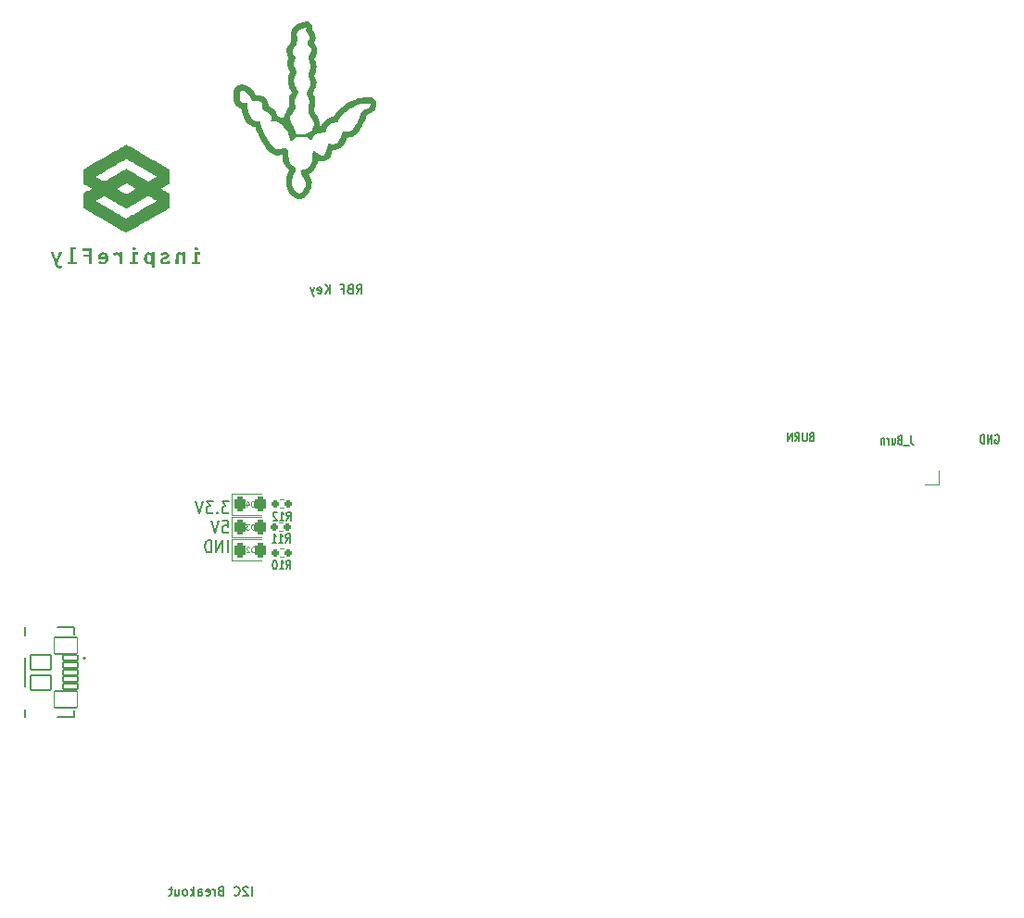
<source format=gbr>
%TF.GenerationSoftware,KiCad,Pcbnew,8.0.4*%
%TF.CreationDate,2024-11-15T22:59:45-05:00*%
%TF.ProjectId,payload_board,7061796c-6f61-4645-9f62-6f6172642e6b,0.7.4*%
%TF.SameCoordinates,Original*%
%TF.FileFunction,Legend,Bot*%
%TF.FilePolarity,Positive*%
%FSLAX46Y46*%
G04 Gerber Fmt 4.6, Leading zero omitted, Abs format (unit mm)*
G04 Created by KiCad (PCBNEW 8.0.4) date 2024-11-15 22:59:45*
%MOMM*%
%LPD*%
G01*
G04 APERTURE LIST*
G04 Aperture macros list*
%AMRoundRect*
0 Rectangle with rounded corners*
0 $1 Rounding radius*
0 $2 $3 $4 $5 $6 $7 $8 $9 X,Y pos of 4 corners*
0 Add a 4 corners polygon primitive as box body*
4,1,4,$2,$3,$4,$5,$6,$7,$8,$9,$2,$3,0*
0 Add four circle primitives for the rounded corners*
1,1,$1+$1,$2,$3*
1,1,$1+$1,$4,$5*
1,1,$1+$1,$6,$7*
1,1,$1+$1,$8,$9*
0 Add four rect primitives between the rounded corners*
20,1,$1+$1,$2,$3,$4,$5,0*
20,1,$1+$1,$4,$5,$6,$7,0*
20,1,$1+$1,$6,$7,$8,$9,0*
20,1,$1+$1,$8,$9,$2,$3,0*%
G04 Aperture macros list end*
%ADD10C,0.150000*%
%ADD11C,0.100000*%
%ADD12C,0.120000*%
%ADD13C,0.000000*%
%ADD14C,0.127000*%
%ADD15C,0.200000*%
%ADD16C,5.250000*%
%ADD17R,1.700000X1.700000*%
%ADD18O,1.700000X1.700000*%
%ADD19RoundRect,0.160000X-0.197500X-0.160000X0.197500X-0.160000X0.197500X0.160000X-0.197500X0.160000X0*%
%ADD20RoundRect,0.243750X-0.243750X-0.456250X0.243750X-0.456250X0.243750X0.456250X-0.243750X0.456250X0*%
%ADD21RoundRect,0.076200X-0.690000X-0.225000X0.690000X-0.225000X0.690000X0.225000X-0.690000X0.225000X0*%
%ADD22O,2.568400X1.360400*%
%ADD23RoundRect,0.076200X-1.050000X-0.737500X1.050000X-0.737500X1.050000X0.737500X-1.050000X0.737500X0*%
%ADD24RoundRect,0.076200X-0.950000X-0.687500X0.950000X-0.687500X0.950000X0.687500X-0.950000X0.687500X0*%
G04 APERTURE END LIST*
D10*
X31858458Y-60915704D02*
X31239411Y-60915704D01*
X31239411Y-60915704D02*
X31572744Y-61334752D01*
X31572744Y-61334752D02*
X31429887Y-61334752D01*
X31429887Y-61334752D02*
X31334649Y-61387133D01*
X31334649Y-61387133D02*
X31287030Y-61439514D01*
X31287030Y-61439514D02*
X31239411Y-61544276D01*
X31239411Y-61544276D02*
X31239411Y-61806181D01*
X31239411Y-61806181D02*
X31287030Y-61910943D01*
X31287030Y-61910943D02*
X31334649Y-61963324D01*
X31334649Y-61963324D02*
X31429887Y-62015704D01*
X31429887Y-62015704D02*
X31715601Y-62015704D01*
X31715601Y-62015704D02*
X31810839Y-61963324D01*
X31810839Y-61963324D02*
X31858458Y-61910943D01*
X30810839Y-61910943D02*
X30763220Y-61963324D01*
X30763220Y-61963324D02*
X30810839Y-62015704D01*
X30810839Y-62015704D02*
X30858458Y-61963324D01*
X30858458Y-61963324D02*
X30810839Y-61910943D01*
X30810839Y-61910943D02*
X30810839Y-62015704D01*
X30429887Y-60915704D02*
X29810840Y-60915704D01*
X29810840Y-60915704D02*
X30144173Y-61334752D01*
X30144173Y-61334752D02*
X30001316Y-61334752D01*
X30001316Y-61334752D02*
X29906078Y-61387133D01*
X29906078Y-61387133D02*
X29858459Y-61439514D01*
X29858459Y-61439514D02*
X29810840Y-61544276D01*
X29810840Y-61544276D02*
X29810840Y-61806181D01*
X29810840Y-61806181D02*
X29858459Y-61910943D01*
X29858459Y-61910943D02*
X29906078Y-61963324D01*
X29906078Y-61963324D02*
X30001316Y-62015704D01*
X30001316Y-62015704D02*
X30287030Y-62015704D01*
X30287030Y-62015704D02*
X30382268Y-61963324D01*
X30382268Y-61963324D02*
X30429887Y-61910943D01*
X29525125Y-60915704D02*
X29191792Y-62015704D01*
X29191792Y-62015704D02*
X28858459Y-60915704D01*
X31287030Y-62686642D02*
X31763220Y-62686642D01*
X31763220Y-62686642D02*
X31810839Y-63210452D01*
X31810839Y-63210452D02*
X31763220Y-63158071D01*
X31763220Y-63158071D02*
X31667982Y-63105690D01*
X31667982Y-63105690D02*
X31429887Y-63105690D01*
X31429887Y-63105690D02*
X31334649Y-63158071D01*
X31334649Y-63158071D02*
X31287030Y-63210452D01*
X31287030Y-63210452D02*
X31239411Y-63315214D01*
X31239411Y-63315214D02*
X31239411Y-63577119D01*
X31239411Y-63577119D02*
X31287030Y-63681881D01*
X31287030Y-63681881D02*
X31334649Y-63734262D01*
X31334649Y-63734262D02*
X31429887Y-63786642D01*
X31429887Y-63786642D02*
X31667982Y-63786642D01*
X31667982Y-63786642D02*
X31763220Y-63734262D01*
X31763220Y-63734262D02*
X31810839Y-63681881D01*
X30953696Y-62686642D02*
X30620363Y-63786642D01*
X30620363Y-63786642D02*
X30287030Y-62686642D01*
X31763220Y-65557580D02*
X31763220Y-64457580D01*
X31287030Y-65557580D02*
X31287030Y-64457580D01*
X31287030Y-64457580D02*
X30715602Y-65557580D01*
X30715602Y-65557580D02*
X30715602Y-64457580D01*
X30239411Y-65557580D02*
X30239411Y-64457580D01*
X30239411Y-64457580D02*
X30001316Y-64457580D01*
X30001316Y-64457580D02*
X29858459Y-64509961D01*
X29858459Y-64509961D02*
X29763221Y-64614723D01*
X29763221Y-64614723D02*
X29715602Y-64719485D01*
X29715602Y-64719485D02*
X29667983Y-64929009D01*
X29667983Y-64929009D02*
X29667983Y-65086152D01*
X29667983Y-65086152D02*
X29715602Y-65295676D01*
X29715602Y-65295676D02*
X29763221Y-65400438D01*
X29763221Y-65400438D02*
X29858459Y-65505200D01*
X29858459Y-65505200D02*
X30001316Y-65557580D01*
X30001316Y-65557580D02*
X30239411Y-65557580D01*
X33950839Y-96904295D02*
X33950839Y-96104295D01*
X33607983Y-96180485D02*
X33569887Y-96142390D01*
X33569887Y-96142390D02*
X33493697Y-96104295D01*
X33493697Y-96104295D02*
X33303221Y-96104295D01*
X33303221Y-96104295D02*
X33227030Y-96142390D01*
X33227030Y-96142390D02*
X33188935Y-96180485D01*
X33188935Y-96180485D02*
X33150840Y-96256676D01*
X33150840Y-96256676D02*
X33150840Y-96332866D01*
X33150840Y-96332866D02*
X33188935Y-96447152D01*
X33188935Y-96447152D02*
X33646078Y-96904295D01*
X33646078Y-96904295D02*
X33150840Y-96904295D01*
X32350839Y-96828104D02*
X32388935Y-96866200D01*
X32388935Y-96866200D02*
X32503220Y-96904295D01*
X32503220Y-96904295D02*
X32579411Y-96904295D01*
X32579411Y-96904295D02*
X32693697Y-96866200D01*
X32693697Y-96866200D02*
X32769887Y-96790009D01*
X32769887Y-96790009D02*
X32807982Y-96713819D01*
X32807982Y-96713819D02*
X32846078Y-96561438D01*
X32846078Y-96561438D02*
X32846078Y-96447152D01*
X32846078Y-96447152D02*
X32807982Y-96294771D01*
X32807982Y-96294771D02*
X32769887Y-96218580D01*
X32769887Y-96218580D02*
X32693697Y-96142390D01*
X32693697Y-96142390D02*
X32579411Y-96104295D01*
X32579411Y-96104295D02*
X32503220Y-96104295D01*
X32503220Y-96104295D02*
X32388935Y-96142390D01*
X32388935Y-96142390D02*
X32350839Y-96180485D01*
X31131792Y-96485247D02*
X31017506Y-96523342D01*
X31017506Y-96523342D02*
X30979411Y-96561438D01*
X30979411Y-96561438D02*
X30941315Y-96637628D01*
X30941315Y-96637628D02*
X30941315Y-96751914D01*
X30941315Y-96751914D02*
X30979411Y-96828104D01*
X30979411Y-96828104D02*
X31017506Y-96866200D01*
X31017506Y-96866200D02*
X31093696Y-96904295D01*
X31093696Y-96904295D02*
X31398458Y-96904295D01*
X31398458Y-96904295D02*
X31398458Y-96104295D01*
X31398458Y-96104295D02*
X31131792Y-96104295D01*
X31131792Y-96104295D02*
X31055601Y-96142390D01*
X31055601Y-96142390D02*
X31017506Y-96180485D01*
X31017506Y-96180485D02*
X30979411Y-96256676D01*
X30979411Y-96256676D02*
X30979411Y-96332866D01*
X30979411Y-96332866D02*
X31017506Y-96409057D01*
X31017506Y-96409057D02*
X31055601Y-96447152D01*
X31055601Y-96447152D02*
X31131792Y-96485247D01*
X31131792Y-96485247D02*
X31398458Y-96485247D01*
X30598458Y-96904295D02*
X30598458Y-96370961D01*
X30598458Y-96523342D02*
X30560363Y-96447152D01*
X30560363Y-96447152D02*
X30522268Y-96409057D01*
X30522268Y-96409057D02*
X30446077Y-96370961D01*
X30446077Y-96370961D02*
X30369887Y-96370961D01*
X29798458Y-96866200D02*
X29874649Y-96904295D01*
X29874649Y-96904295D02*
X30027030Y-96904295D01*
X30027030Y-96904295D02*
X30103220Y-96866200D01*
X30103220Y-96866200D02*
X30141316Y-96790009D01*
X30141316Y-96790009D02*
X30141316Y-96485247D01*
X30141316Y-96485247D02*
X30103220Y-96409057D01*
X30103220Y-96409057D02*
X30027030Y-96370961D01*
X30027030Y-96370961D02*
X29874649Y-96370961D01*
X29874649Y-96370961D02*
X29798458Y-96409057D01*
X29798458Y-96409057D02*
X29760363Y-96485247D01*
X29760363Y-96485247D02*
X29760363Y-96561438D01*
X29760363Y-96561438D02*
X30141316Y-96637628D01*
X29074649Y-96904295D02*
X29074649Y-96485247D01*
X29074649Y-96485247D02*
X29112744Y-96409057D01*
X29112744Y-96409057D02*
X29188935Y-96370961D01*
X29188935Y-96370961D02*
X29341316Y-96370961D01*
X29341316Y-96370961D02*
X29417506Y-96409057D01*
X29074649Y-96866200D02*
X29150840Y-96904295D01*
X29150840Y-96904295D02*
X29341316Y-96904295D01*
X29341316Y-96904295D02*
X29417506Y-96866200D01*
X29417506Y-96866200D02*
X29455602Y-96790009D01*
X29455602Y-96790009D02*
X29455602Y-96713819D01*
X29455602Y-96713819D02*
X29417506Y-96637628D01*
X29417506Y-96637628D02*
X29341316Y-96599533D01*
X29341316Y-96599533D02*
X29150840Y-96599533D01*
X29150840Y-96599533D02*
X29074649Y-96561438D01*
X28693696Y-96904295D02*
X28693696Y-96104295D01*
X28617506Y-96599533D02*
X28388934Y-96904295D01*
X28388934Y-96370961D02*
X28693696Y-96675723D01*
X27931792Y-96904295D02*
X28007982Y-96866200D01*
X28007982Y-96866200D02*
X28046077Y-96828104D01*
X28046077Y-96828104D02*
X28084173Y-96751914D01*
X28084173Y-96751914D02*
X28084173Y-96523342D01*
X28084173Y-96523342D02*
X28046077Y-96447152D01*
X28046077Y-96447152D02*
X28007982Y-96409057D01*
X28007982Y-96409057D02*
X27931792Y-96370961D01*
X27931792Y-96370961D02*
X27817506Y-96370961D01*
X27817506Y-96370961D02*
X27741315Y-96409057D01*
X27741315Y-96409057D02*
X27703220Y-96447152D01*
X27703220Y-96447152D02*
X27665125Y-96523342D01*
X27665125Y-96523342D02*
X27665125Y-96751914D01*
X27665125Y-96751914D02*
X27703220Y-96828104D01*
X27703220Y-96828104D02*
X27741315Y-96866200D01*
X27741315Y-96866200D02*
X27817506Y-96904295D01*
X27817506Y-96904295D02*
X27931792Y-96904295D01*
X26979410Y-96370961D02*
X26979410Y-96904295D01*
X27322267Y-96370961D02*
X27322267Y-96790009D01*
X27322267Y-96790009D02*
X27284172Y-96866200D01*
X27284172Y-96866200D02*
X27207982Y-96904295D01*
X27207982Y-96904295D02*
X27093696Y-96904295D01*
X27093696Y-96904295D02*
X27017505Y-96866200D01*
X27017505Y-96866200D02*
X26979410Y-96828104D01*
X26712743Y-96370961D02*
X26407981Y-96370961D01*
X26598457Y-96104295D02*
X26598457Y-96790009D01*
X26598457Y-96790009D02*
X26560362Y-96866200D01*
X26560362Y-96866200D02*
X26484172Y-96904295D01*
X26484172Y-96904295D02*
X26407981Y-96904295D01*
X43531688Y-41894295D02*
X43798355Y-41513342D01*
X43988831Y-41894295D02*
X43988831Y-41094295D01*
X43988831Y-41094295D02*
X43684069Y-41094295D01*
X43684069Y-41094295D02*
X43607879Y-41132390D01*
X43607879Y-41132390D02*
X43569784Y-41170485D01*
X43569784Y-41170485D02*
X43531688Y-41246676D01*
X43531688Y-41246676D02*
X43531688Y-41360961D01*
X43531688Y-41360961D02*
X43569784Y-41437152D01*
X43569784Y-41437152D02*
X43607879Y-41475247D01*
X43607879Y-41475247D02*
X43684069Y-41513342D01*
X43684069Y-41513342D02*
X43988831Y-41513342D01*
X42922165Y-41475247D02*
X42807879Y-41513342D01*
X42807879Y-41513342D02*
X42769784Y-41551438D01*
X42769784Y-41551438D02*
X42731688Y-41627628D01*
X42731688Y-41627628D02*
X42731688Y-41741914D01*
X42731688Y-41741914D02*
X42769784Y-41818104D01*
X42769784Y-41818104D02*
X42807879Y-41856200D01*
X42807879Y-41856200D02*
X42884069Y-41894295D01*
X42884069Y-41894295D02*
X43188831Y-41894295D01*
X43188831Y-41894295D02*
X43188831Y-41094295D01*
X43188831Y-41094295D02*
X42922165Y-41094295D01*
X42922165Y-41094295D02*
X42845974Y-41132390D01*
X42845974Y-41132390D02*
X42807879Y-41170485D01*
X42807879Y-41170485D02*
X42769784Y-41246676D01*
X42769784Y-41246676D02*
X42769784Y-41322866D01*
X42769784Y-41322866D02*
X42807879Y-41399057D01*
X42807879Y-41399057D02*
X42845974Y-41437152D01*
X42845974Y-41437152D02*
X42922165Y-41475247D01*
X42922165Y-41475247D02*
X43188831Y-41475247D01*
X42122165Y-41475247D02*
X42388831Y-41475247D01*
X42388831Y-41894295D02*
X42388831Y-41094295D01*
X42388831Y-41094295D02*
X42007879Y-41094295D01*
X41093593Y-41894295D02*
X41093593Y-41094295D01*
X40636450Y-41894295D02*
X40979308Y-41437152D01*
X40636450Y-41094295D02*
X41093593Y-41551438D01*
X39988831Y-41856200D02*
X40065022Y-41894295D01*
X40065022Y-41894295D02*
X40217403Y-41894295D01*
X40217403Y-41894295D02*
X40293593Y-41856200D01*
X40293593Y-41856200D02*
X40331689Y-41780009D01*
X40331689Y-41780009D02*
X40331689Y-41475247D01*
X40331689Y-41475247D02*
X40293593Y-41399057D01*
X40293593Y-41399057D02*
X40217403Y-41360961D01*
X40217403Y-41360961D02*
X40065022Y-41360961D01*
X40065022Y-41360961D02*
X39988831Y-41399057D01*
X39988831Y-41399057D02*
X39950736Y-41475247D01*
X39950736Y-41475247D02*
X39950736Y-41551438D01*
X39950736Y-41551438D02*
X40331689Y-41627628D01*
X39684070Y-41360961D02*
X39493594Y-41894295D01*
X39303117Y-41360961D02*
X39493594Y-41894295D01*
X39493594Y-41894295D02*
X39569784Y-42084771D01*
X39569784Y-42084771D02*
X39607879Y-42122866D01*
X39607879Y-42122866D02*
X39684070Y-42160961D01*
X37112857Y-67092295D02*
X37329524Y-66711342D01*
X37484286Y-67092295D02*
X37484286Y-66292295D01*
X37484286Y-66292295D02*
X37236667Y-66292295D01*
X37236667Y-66292295D02*
X37174762Y-66330390D01*
X37174762Y-66330390D02*
X37143809Y-66368485D01*
X37143809Y-66368485D02*
X37112857Y-66444676D01*
X37112857Y-66444676D02*
X37112857Y-66558961D01*
X37112857Y-66558961D02*
X37143809Y-66635152D01*
X37143809Y-66635152D02*
X37174762Y-66673247D01*
X37174762Y-66673247D02*
X37236667Y-66711342D01*
X37236667Y-66711342D02*
X37484286Y-66711342D01*
X36493809Y-67092295D02*
X36865238Y-67092295D01*
X36679524Y-67092295D02*
X36679524Y-66292295D01*
X36679524Y-66292295D02*
X36741428Y-66406580D01*
X36741428Y-66406580D02*
X36803333Y-66482771D01*
X36803333Y-66482771D02*
X36865238Y-66520866D01*
X36091428Y-66292295D02*
X36029523Y-66292295D01*
X36029523Y-66292295D02*
X35967619Y-66330390D01*
X35967619Y-66330390D02*
X35936666Y-66368485D01*
X35936666Y-66368485D02*
X35905714Y-66444676D01*
X35905714Y-66444676D02*
X35874761Y-66597057D01*
X35874761Y-66597057D02*
X35874761Y-66787533D01*
X35874761Y-66787533D02*
X35905714Y-66939914D01*
X35905714Y-66939914D02*
X35936666Y-67016104D01*
X35936666Y-67016104D02*
X35967619Y-67054200D01*
X35967619Y-67054200D02*
X36029523Y-67092295D01*
X36029523Y-67092295D02*
X36091428Y-67092295D01*
X36091428Y-67092295D02*
X36153333Y-67054200D01*
X36153333Y-67054200D02*
X36184285Y-67016104D01*
X36184285Y-67016104D02*
X36215238Y-66939914D01*
X36215238Y-66939914D02*
X36246190Y-66787533D01*
X36246190Y-66787533D02*
X36246190Y-66597057D01*
X36246190Y-66597057D02*
X36215238Y-66444676D01*
X36215238Y-66444676D02*
X36184285Y-66368485D01*
X36184285Y-66368485D02*
X36153333Y-66330390D01*
X36153333Y-66330390D02*
X36091428Y-66292295D01*
D11*
X34204047Y-65556109D02*
X34204047Y-65056109D01*
X34204047Y-65056109D02*
X34084999Y-65056109D01*
X34084999Y-65056109D02*
X34013571Y-65079919D01*
X34013571Y-65079919D02*
X33965952Y-65127538D01*
X33965952Y-65127538D02*
X33942142Y-65175157D01*
X33942142Y-65175157D02*
X33918333Y-65270395D01*
X33918333Y-65270395D02*
X33918333Y-65341823D01*
X33918333Y-65341823D02*
X33942142Y-65437061D01*
X33942142Y-65437061D02*
X33965952Y-65484680D01*
X33965952Y-65484680D02*
X34013571Y-65532300D01*
X34013571Y-65532300D02*
X34084999Y-65556109D01*
X34084999Y-65556109D02*
X34204047Y-65556109D01*
X33727856Y-65103728D02*
X33704047Y-65079919D01*
X33704047Y-65079919D02*
X33656428Y-65056109D01*
X33656428Y-65056109D02*
X33537380Y-65056109D01*
X33537380Y-65056109D02*
X33489761Y-65079919D01*
X33489761Y-65079919D02*
X33465952Y-65103728D01*
X33465952Y-65103728D02*
X33442142Y-65151347D01*
X33442142Y-65151347D02*
X33442142Y-65198966D01*
X33442142Y-65198966D02*
X33465952Y-65270395D01*
X33465952Y-65270395D02*
X33751666Y-65556109D01*
X33751666Y-65556109D02*
X33442142Y-65556109D01*
X34184047Y-63476109D02*
X34184047Y-62976109D01*
X34184047Y-62976109D02*
X34064999Y-62976109D01*
X34064999Y-62976109D02*
X33993571Y-62999919D01*
X33993571Y-62999919D02*
X33945952Y-63047538D01*
X33945952Y-63047538D02*
X33922142Y-63095157D01*
X33922142Y-63095157D02*
X33898333Y-63190395D01*
X33898333Y-63190395D02*
X33898333Y-63261823D01*
X33898333Y-63261823D02*
X33922142Y-63357061D01*
X33922142Y-63357061D02*
X33945952Y-63404680D01*
X33945952Y-63404680D02*
X33993571Y-63452300D01*
X33993571Y-63452300D02*
X34064999Y-63476109D01*
X34064999Y-63476109D02*
X34184047Y-63476109D01*
X33731666Y-62976109D02*
X33422142Y-62976109D01*
X33422142Y-62976109D02*
X33588809Y-63166585D01*
X33588809Y-63166585D02*
X33517380Y-63166585D01*
X33517380Y-63166585D02*
X33469761Y-63190395D01*
X33469761Y-63190395D02*
X33445952Y-63214204D01*
X33445952Y-63214204D02*
X33422142Y-63261823D01*
X33422142Y-63261823D02*
X33422142Y-63380871D01*
X33422142Y-63380871D02*
X33445952Y-63428490D01*
X33445952Y-63428490D02*
X33469761Y-63452300D01*
X33469761Y-63452300D02*
X33517380Y-63476109D01*
X33517380Y-63476109D02*
X33660237Y-63476109D01*
X33660237Y-63476109D02*
X33707856Y-63452300D01*
X33707856Y-63452300D02*
X33731666Y-63428490D01*
D10*
X94185246Y-54891095D02*
X94185246Y-55462523D01*
X94185246Y-55462523D02*
X94216199Y-55576809D01*
X94216199Y-55576809D02*
X94278103Y-55653000D01*
X94278103Y-55653000D02*
X94370961Y-55691095D01*
X94370961Y-55691095D02*
X94432865Y-55691095D01*
X94030485Y-55767285D02*
X93535246Y-55767285D01*
X93163818Y-55272047D02*
X93070961Y-55310142D01*
X93070961Y-55310142D02*
X93040008Y-55348238D01*
X93040008Y-55348238D02*
X93009056Y-55424428D01*
X93009056Y-55424428D02*
X93009056Y-55538714D01*
X93009056Y-55538714D02*
X93040008Y-55614904D01*
X93040008Y-55614904D02*
X93070961Y-55653000D01*
X93070961Y-55653000D02*
X93132866Y-55691095D01*
X93132866Y-55691095D02*
X93380485Y-55691095D01*
X93380485Y-55691095D02*
X93380485Y-54891095D01*
X93380485Y-54891095D02*
X93163818Y-54891095D01*
X93163818Y-54891095D02*
X93101913Y-54929190D01*
X93101913Y-54929190D02*
X93070961Y-54967285D01*
X93070961Y-54967285D02*
X93040008Y-55043476D01*
X93040008Y-55043476D02*
X93040008Y-55119666D01*
X93040008Y-55119666D02*
X93070961Y-55195857D01*
X93070961Y-55195857D02*
X93101913Y-55233952D01*
X93101913Y-55233952D02*
X93163818Y-55272047D01*
X93163818Y-55272047D02*
X93380485Y-55272047D01*
X92451913Y-55157761D02*
X92451913Y-55691095D01*
X92730485Y-55157761D02*
X92730485Y-55576809D01*
X92730485Y-55576809D02*
X92699532Y-55653000D01*
X92699532Y-55653000D02*
X92637627Y-55691095D01*
X92637627Y-55691095D02*
X92544770Y-55691095D01*
X92544770Y-55691095D02*
X92482866Y-55653000D01*
X92482866Y-55653000D02*
X92451913Y-55614904D01*
X92142390Y-55691095D02*
X92142390Y-55157761D01*
X92142390Y-55310142D02*
X92111437Y-55233952D01*
X92111437Y-55233952D02*
X92080485Y-55195857D01*
X92080485Y-55195857D02*
X92018580Y-55157761D01*
X92018580Y-55157761D02*
X91956675Y-55157761D01*
X91740009Y-55157761D02*
X91740009Y-55691095D01*
X91740009Y-55233952D02*
X91709056Y-55195857D01*
X91709056Y-55195857D02*
X91647151Y-55157761D01*
X91647151Y-55157761D02*
X91554294Y-55157761D01*
X91554294Y-55157761D02*
X91492390Y-55195857D01*
X91492390Y-55195857D02*
X91461437Y-55272047D01*
X91461437Y-55272047D02*
X91461437Y-55691095D01*
X101871437Y-54829190D02*
X101933342Y-54791095D01*
X101933342Y-54791095D02*
X102026199Y-54791095D01*
X102026199Y-54791095D02*
X102119056Y-54829190D01*
X102119056Y-54829190D02*
X102180961Y-54905380D01*
X102180961Y-54905380D02*
X102211914Y-54981571D01*
X102211914Y-54981571D02*
X102242866Y-55133952D01*
X102242866Y-55133952D02*
X102242866Y-55248238D01*
X102242866Y-55248238D02*
X102211914Y-55400619D01*
X102211914Y-55400619D02*
X102180961Y-55476809D01*
X102180961Y-55476809D02*
X102119056Y-55553000D01*
X102119056Y-55553000D02*
X102026199Y-55591095D01*
X102026199Y-55591095D02*
X101964295Y-55591095D01*
X101964295Y-55591095D02*
X101871437Y-55553000D01*
X101871437Y-55553000D02*
X101840485Y-55514904D01*
X101840485Y-55514904D02*
X101840485Y-55248238D01*
X101840485Y-55248238D02*
X101964295Y-55248238D01*
X101561914Y-55591095D02*
X101561914Y-54791095D01*
X101561914Y-54791095D02*
X101190485Y-55591095D01*
X101190485Y-55591095D02*
X101190485Y-54791095D01*
X100880962Y-55591095D02*
X100880962Y-54791095D01*
X100880962Y-54791095D02*
X100726200Y-54791095D01*
X100726200Y-54791095D02*
X100633343Y-54829190D01*
X100633343Y-54829190D02*
X100571438Y-54905380D01*
X100571438Y-54905380D02*
X100540485Y-54981571D01*
X100540485Y-54981571D02*
X100509533Y-55133952D01*
X100509533Y-55133952D02*
X100509533Y-55248238D01*
X100509533Y-55248238D02*
X100540485Y-55400619D01*
X100540485Y-55400619D02*
X100571438Y-55476809D01*
X100571438Y-55476809D02*
X100633343Y-55553000D01*
X100633343Y-55553000D02*
X100726200Y-55591095D01*
X100726200Y-55591095D02*
X100880962Y-55591095D01*
X85095723Y-54992047D02*
X85002866Y-55030142D01*
X85002866Y-55030142D02*
X84971913Y-55068238D01*
X84971913Y-55068238D02*
X84940961Y-55144428D01*
X84940961Y-55144428D02*
X84940961Y-55258714D01*
X84940961Y-55258714D02*
X84971913Y-55334904D01*
X84971913Y-55334904D02*
X85002866Y-55373000D01*
X85002866Y-55373000D02*
X85064771Y-55411095D01*
X85064771Y-55411095D02*
X85312390Y-55411095D01*
X85312390Y-55411095D02*
X85312390Y-54611095D01*
X85312390Y-54611095D02*
X85095723Y-54611095D01*
X85095723Y-54611095D02*
X85033818Y-54649190D01*
X85033818Y-54649190D02*
X85002866Y-54687285D01*
X85002866Y-54687285D02*
X84971913Y-54763476D01*
X84971913Y-54763476D02*
X84971913Y-54839666D01*
X84971913Y-54839666D02*
X85002866Y-54915857D01*
X85002866Y-54915857D02*
X85033818Y-54953952D01*
X85033818Y-54953952D02*
X85095723Y-54992047D01*
X85095723Y-54992047D02*
X85312390Y-54992047D01*
X84662390Y-54611095D02*
X84662390Y-55258714D01*
X84662390Y-55258714D02*
X84631437Y-55334904D01*
X84631437Y-55334904D02*
X84600485Y-55373000D01*
X84600485Y-55373000D02*
X84538580Y-55411095D01*
X84538580Y-55411095D02*
X84414771Y-55411095D01*
X84414771Y-55411095D02*
X84352866Y-55373000D01*
X84352866Y-55373000D02*
X84321913Y-55334904D01*
X84321913Y-55334904D02*
X84290961Y-55258714D01*
X84290961Y-55258714D02*
X84290961Y-54611095D01*
X83610009Y-55411095D02*
X83826676Y-55030142D01*
X83981438Y-55411095D02*
X83981438Y-54611095D01*
X83981438Y-54611095D02*
X83733819Y-54611095D01*
X83733819Y-54611095D02*
X83671914Y-54649190D01*
X83671914Y-54649190D02*
X83640961Y-54687285D01*
X83640961Y-54687285D02*
X83610009Y-54763476D01*
X83610009Y-54763476D02*
X83610009Y-54877761D01*
X83610009Y-54877761D02*
X83640961Y-54953952D01*
X83640961Y-54953952D02*
X83671914Y-54992047D01*
X83671914Y-54992047D02*
X83733819Y-55030142D01*
X83733819Y-55030142D02*
X83981438Y-55030142D01*
X83331438Y-55411095D02*
X83331438Y-54611095D01*
X83331438Y-54611095D02*
X82960009Y-55411095D01*
X82960009Y-55411095D02*
X82960009Y-54611095D01*
D11*
X34174047Y-61376109D02*
X34174047Y-60876109D01*
X34174047Y-60876109D02*
X34054999Y-60876109D01*
X34054999Y-60876109D02*
X33983571Y-60899919D01*
X33983571Y-60899919D02*
X33935952Y-60947538D01*
X33935952Y-60947538D02*
X33912142Y-60995157D01*
X33912142Y-60995157D02*
X33888333Y-61090395D01*
X33888333Y-61090395D02*
X33888333Y-61161823D01*
X33888333Y-61161823D02*
X33912142Y-61257061D01*
X33912142Y-61257061D02*
X33935952Y-61304680D01*
X33935952Y-61304680D02*
X33983571Y-61352300D01*
X33983571Y-61352300D02*
X34054999Y-61376109D01*
X34054999Y-61376109D02*
X34174047Y-61376109D01*
X33459761Y-61042776D02*
X33459761Y-61376109D01*
X33578809Y-60852300D02*
X33697856Y-61209442D01*
X33697856Y-61209442D02*
X33388333Y-61209442D01*
D10*
X37150357Y-62652295D02*
X37367024Y-62271342D01*
X37521786Y-62652295D02*
X37521786Y-61852295D01*
X37521786Y-61852295D02*
X37274167Y-61852295D01*
X37274167Y-61852295D02*
X37212262Y-61890390D01*
X37212262Y-61890390D02*
X37181309Y-61928485D01*
X37181309Y-61928485D02*
X37150357Y-62004676D01*
X37150357Y-62004676D02*
X37150357Y-62118961D01*
X37150357Y-62118961D02*
X37181309Y-62195152D01*
X37181309Y-62195152D02*
X37212262Y-62233247D01*
X37212262Y-62233247D02*
X37274167Y-62271342D01*
X37274167Y-62271342D02*
X37521786Y-62271342D01*
X36531309Y-62652295D02*
X36902738Y-62652295D01*
X36717024Y-62652295D02*
X36717024Y-61852295D01*
X36717024Y-61852295D02*
X36778928Y-61966580D01*
X36778928Y-61966580D02*
X36840833Y-62042771D01*
X36840833Y-62042771D02*
X36902738Y-62080866D01*
X36283690Y-61928485D02*
X36252738Y-61890390D01*
X36252738Y-61890390D02*
X36190833Y-61852295D01*
X36190833Y-61852295D02*
X36036071Y-61852295D01*
X36036071Y-61852295D02*
X35974166Y-61890390D01*
X35974166Y-61890390D02*
X35943214Y-61928485D01*
X35943214Y-61928485D02*
X35912261Y-62004676D01*
X35912261Y-62004676D02*
X35912261Y-62080866D01*
X35912261Y-62080866D02*
X35943214Y-62195152D01*
X35943214Y-62195152D02*
X36314642Y-62652295D01*
X36314642Y-62652295D02*
X35912261Y-62652295D01*
X37062857Y-64682295D02*
X37279524Y-64301342D01*
X37434286Y-64682295D02*
X37434286Y-63882295D01*
X37434286Y-63882295D02*
X37186667Y-63882295D01*
X37186667Y-63882295D02*
X37124762Y-63920390D01*
X37124762Y-63920390D02*
X37093809Y-63958485D01*
X37093809Y-63958485D02*
X37062857Y-64034676D01*
X37062857Y-64034676D02*
X37062857Y-64148961D01*
X37062857Y-64148961D02*
X37093809Y-64225152D01*
X37093809Y-64225152D02*
X37124762Y-64263247D01*
X37124762Y-64263247D02*
X37186667Y-64301342D01*
X37186667Y-64301342D02*
X37434286Y-64301342D01*
X36443809Y-64682295D02*
X36815238Y-64682295D01*
X36629524Y-64682295D02*
X36629524Y-63882295D01*
X36629524Y-63882295D02*
X36691428Y-63996580D01*
X36691428Y-63996580D02*
X36753333Y-64072771D01*
X36753333Y-64072771D02*
X36815238Y-64110866D01*
X35824761Y-64682295D02*
X36196190Y-64682295D01*
X36010476Y-64682295D02*
X36010476Y-63882295D01*
X36010476Y-63882295D02*
X36072380Y-63996580D01*
X36072380Y-63996580D02*
X36134285Y-64072771D01*
X36134285Y-64072771D02*
X36196190Y-64110866D01*
D12*
%TO.C,R10*%
X36892621Y-65230000D02*
X36557379Y-65230000D01*
X36892621Y-65990000D02*
X36557379Y-65990000D01*
%TO.C,D2*%
X32150000Y-64370000D02*
X32150000Y-66290000D01*
X32150000Y-66290000D02*
X34835000Y-66290000D01*
X34835000Y-64370000D02*
X32150000Y-64370000D01*
%TO.C,D3*%
X32130000Y-62290000D02*
X32130000Y-64210000D01*
X32130000Y-64210000D02*
X34815000Y-64210000D01*
X34815000Y-62290000D02*
X32130000Y-62290000D01*
D13*
%TO.C,G\u002A\u002A\u002A*%
G36*
X45346904Y-24709209D02*
G01*
X45314569Y-24827377D01*
X45207594Y-25064745D01*
X45055361Y-25263971D01*
X44861878Y-25420459D01*
X44631154Y-25529616D01*
X44473634Y-25582942D01*
X44373771Y-25862632D01*
X44369264Y-25875137D01*
X44284614Y-26083917D01*
X44173953Y-26321592D01*
X44047208Y-26568750D01*
X43914302Y-26805981D01*
X43785160Y-27013873D01*
X43749971Y-27065262D01*
X43565564Y-27285518D01*
X43360576Y-27450552D01*
X43128772Y-27564547D01*
X42863916Y-27631683D01*
X42783011Y-27644937D01*
X42696910Y-27663355D01*
X42647463Y-27686058D01*
X42619820Y-27721190D01*
X42599128Y-27776896D01*
X42581846Y-27827300D01*
X42509236Y-28002708D01*
X42419595Y-28181103D01*
X42324009Y-28341665D01*
X42233561Y-28463570D01*
X42199794Y-28499596D01*
X42022845Y-28637602D01*
X41810971Y-28736816D01*
X41579992Y-28789355D01*
X41394419Y-28810315D01*
X41309856Y-29042478D01*
X41260519Y-29169194D01*
X41167878Y-29358953D01*
X41063249Y-29509815D01*
X40937455Y-29636418D01*
X40767936Y-29750194D01*
X40567070Y-29821994D01*
X40358712Y-29838256D01*
X40153728Y-29796759D01*
X40122453Y-29785862D01*
X40056434Y-29764925D01*
X40028832Y-29759580D01*
X40020893Y-29784577D01*
X39999695Y-29853858D01*
X39970358Y-29950849D01*
X39937731Y-30053354D01*
X39817015Y-30352333D01*
X39674082Y-30596100D01*
X39507368Y-30786986D01*
X39315308Y-30927321D01*
X39154476Y-31018090D01*
X39245183Y-31161119D01*
X39299267Y-31252369D01*
X39406433Y-31499250D01*
X39455562Y-31748462D01*
X39446685Y-32004712D01*
X39379837Y-32272707D01*
X39255050Y-32557156D01*
X39250437Y-32565858D01*
X39164541Y-32701921D01*
X39053072Y-32845108D01*
X38929883Y-32980152D01*
X38808829Y-33091785D01*
X38703762Y-33164739D01*
X38691575Y-33170949D01*
X38593403Y-33214259D01*
X38487985Y-33252962D01*
X38472689Y-33257611D01*
X38298577Y-33277089D01*
X38114254Y-33244064D01*
X37926562Y-33164537D01*
X37742346Y-33044511D01*
X37568448Y-32889988D01*
X37411713Y-32706969D01*
X37278984Y-32501458D01*
X37177105Y-32279456D01*
X37112920Y-32046966D01*
X37110873Y-32035337D01*
X37093480Y-31824327D01*
X37103353Y-31577299D01*
X37138304Y-31311256D01*
X37196144Y-31043200D01*
X37274686Y-30790134D01*
X37340081Y-30612185D01*
X37165245Y-30428888D01*
X36999165Y-30218214D01*
X36874966Y-29969134D01*
X36801411Y-29688536D01*
X36777184Y-29372843D01*
X36776325Y-29300161D01*
X36769852Y-29232683D01*
X36753520Y-29205999D01*
X36723240Y-29207572D01*
X36645745Y-29229385D01*
X36422031Y-29273571D01*
X36220883Y-29278909D01*
X36034815Y-29242297D01*
X35856343Y-29160635D01*
X35677981Y-29030819D01*
X35492244Y-28849748D01*
X35291647Y-28614321D01*
X35147995Y-28420473D01*
X34988674Y-28178263D01*
X34830284Y-27912911D01*
X34680511Y-27638535D01*
X34547040Y-27369254D01*
X34437558Y-27119187D01*
X34359750Y-26902453D01*
X34294979Y-26689461D01*
X34105815Y-26637680D01*
X34105726Y-26637656D01*
X33848229Y-26536220D01*
X33622756Y-26383818D01*
X33434849Y-26185155D01*
X33290048Y-25944937D01*
X33265076Y-25886738D01*
X33217576Y-25756795D01*
X33168469Y-25603541D01*
X33122323Y-25443216D01*
X33083705Y-25292055D01*
X33057185Y-25166297D01*
X33047330Y-25082180D01*
X33046944Y-25073270D01*
X33028474Y-25030027D01*
X32973841Y-24989312D01*
X32871372Y-24941812D01*
X32871019Y-24941665D01*
X32664806Y-24825555D01*
X32503124Y-24667011D01*
X32386127Y-24466400D01*
X32313972Y-24224087D01*
X32286816Y-23940438D01*
X32287883Y-23921185D01*
X32847425Y-23921185D01*
X32855930Y-24073014D01*
X32873387Y-24199409D01*
X32899552Y-24282554D01*
X32925653Y-24323209D01*
X33032230Y-24416149D01*
X33177931Y-24465326D01*
X33357531Y-24468616D01*
X33534259Y-24450144D01*
X33556628Y-24702843D01*
X33577471Y-24895598D01*
X33629268Y-25205017D01*
X33698996Y-25473397D01*
X33784963Y-25695839D01*
X33885478Y-25867446D01*
X33998850Y-25983319D01*
X34118838Y-26055349D01*
X34329795Y-26125741D01*
X34555702Y-26139400D01*
X34713699Y-26128519D01*
X34745429Y-26246413D01*
X34773237Y-26349050D01*
X34842774Y-26596398D01*
X34905817Y-26801198D01*
X34967558Y-26976365D01*
X35033188Y-27134811D01*
X35107901Y-27289449D01*
X35196888Y-27453193D01*
X35305341Y-27638956D01*
X35436873Y-27851571D01*
X35598861Y-28093128D01*
X35755666Y-28305711D01*
X35900539Y-28480259D01*
X36026733Y-28607707D01*
X36078664Y-28650490D01*
X36180585Y-28710721D01*
X36286887Y-28733074D01*
X36413617Y-28719413D01*
X36576820Y-28671601D01*
X36599942Y-28663876D01*
X36796832Y-28618323D01*
X36967786Y-28615413D01*
X37106884Y-28653636D01*
X37208209Y-28731482D01*
X37265843Y-28847441D01*
X37273834Y-28886772D01*
X37289071Y-28994103D01*
X37303550Y-29131655D01*
X37314983Y-29279303D01*
X37319239Y-29343749D01*
X37337219Y-29537785D01*
X37364782Y-29690362D01*
X37408564Y-29817218D01*
X37475203Y-29934092D01*
X37571334Y-30056723D01*
X37703595Y-30200849D01*
X37713831Y-30211610D01*
X37844665Y-30353621D01*
X37933527Y-30462834D01*
X37983979Y-30547222D01*
X37999582Y-30614762D01*
X37983900Y-30673427D01*
X37940495Y-30731192D01*
X37861544Y-30831308D01*
X37798700Y-30951060D01*
X37746469Y-31104108D01*
X37698881Y-31304623D01*
X37690129Y-31348148D01*
X37650830Y-31602651D01*
X37642212Y-31814760D01*
X37664492Y-31994205D01*
X37717889Y-32150713D01*
X37799929Y-32303912D01*
X37952441Y-32504633D01*
X38130402Y-32652722D01*
X38154563Y-32667974D01*
X38240436Y-32717551D01*
X38300524Y-32735110D01*
X38355575Y-32722743D01*
X38426335Y-32682540D01*
X38467250Y-32655132D01*
X38630327Y-32505129D01*
X38763082Y-32316610D01*
X38855648Y-32106144D01*
X38898158Y-31890299D01*
X38899880Y-31858300D01*
X38896950Y-31752557D01*
X38875753Y-31652353D01*
X38831126Y-31544350D01*
X38757907Y-31415208D01*
X38650934Y-31251591D01*
X38579331Y-31141290D01*
X38503014Y-31001440D01*
X38458036Y-30878155D01*
X38437301Y-30754940D01*
X38427007Y-30634274D01*
X38627035Y-30593558D01*
X38778760Y-30558213D01*
X38961605Y-30495525D01*
X39101203Y-30414996D01*
X39208380Y-30309800D01*
X39293964Y-30173113D01*
X39384171Y-29979410D01*
X39451010Y-29786210D01*
X39489794Y-29590358D01*
X39507294Y-29366252D01*
X39513907Y-29238526D01*
X39531663Y-29076990D01*
X39559473Y-28968135D01*
X39598924Y-28906689D01*
X39651607Y-28887378D01*
X39661298Y-28888634D01*
X39724026Y-28914618D01*
X39814834Y-28967318D01*
X39917588Y-29037619D01*
X39935692Y-29050858D01*
X40046275Y-29128598D01*
X40147832Y-29195382D01*
X40220374Y-29237983D01*
X40359466Y-29283908D01*
X40488385Y-29272887D01*
X40602047Y-29203474D01*
X40699812Y-29076506D01*
X40781044Y-28892819D01*
X40845104Y-28653251D01*
X40891352Y-28358637D01*
X40911455Y-28184385D01*
X41025205Y-28216551D01*
X41113345Y-28234823D01*
X41265946Y-28248205D01*
X41427588Y-28246663D01*
X41575189Y-28230740D01*
X41685670Y-28200980D01*
X41686761Y-28200505D01*
X41790397Y-28129967D01*
X41888229Y-28009777D01*
X41982873Y-27835947D01*
X42076945Y-27604489D01*
X42092161Y-27562845D01*
X42169798Y-27364705D01*
X42236815Y-27219222D01*
X42291980Y-27128831D01*
X42334061Y-27095969D01*
X42344158Y-27095316D01*
X42408307Y-27093053D01*
X42511306Y-27090558D01*
X42636239Y-27088263D01*
X42685853Y-27087296D01*
X42807030Y-27081113D01*
X42894251Y-27066336D01*
X42968446Y-27038077D01*
X43050544Y-26991442D01*
X43191926Y-26876369D01*
X43334708Y-26698602D01*
X43385489Y-26619909D01*
X43499445Y-26426227D01*
X43614891Y-26210398D01*
X43722701Y-25990643D01*
X43813746Y-25785182D01*
X43878900Y-25612238D01*
X43919072Y-25494506D01*
X43988217Y-25324490D01*
X44058785Y-25202322D01*
X44137673Y-25119569D01*
X44231775Y-25067800D01*
X44347988Y-25038581D01*
X44394144Y-25029811D01*
X44496361Y-25001755D01*
X44569212Y-24970370D01*
X44630717Y-24919695D01*
X44710734Y-24821666D01*
X44772677Y-24711862D01*
X44800793Y-24614492D01*
X44807160Y-24525606D01*
X44378805Y-24534063D01*
X44191458Y-24539431D01*
X44047207Y-24548571D01*
X43931101Y-24563632D01*
X43826324Y-24586803D01*
X43716062Y-24620270D01*
X43651561Y-24643152D01*
X43441291Y-24734317D01*
X43214476Y-24853605D01*
X42980235Y-24994385D01*
X42747684Y-25150030D01*
X42525941Y-25313910D01*
X42324123Y-25479399D01*
X42151349Y-25639865D01*
X42016734Y-25788682D01*
X41929397Y-25919221D01*
X41914358Y-25951693D01*
X41877925Y-26061980D01*
X41863349Y-26159935D01*
X41862984Y-26178796D01*
X41854677Y-26239088D01*
X41838852Y-26255731D01*
X41833728Y-26253387D01*
X41774360Y-26248945D01*
X41675404Y-26257267D01*
X41553768Y-26275477D01*
X41426357Y-26300699D01*
X41310079Y-26330058D01*
X41221840Y-26360679D01*
X41088733Y-26433659D01*
X40923724Y-26577657D01*
X40804157Y-26756623D01*
X40736744Y-26962234D01*
X40719605Y-27048234D01*
X40696539Y-27112312D01*
X40657548Y-27154144D01*
X40591285Y-27180886D01*
X40486400Y-27199693D01*
X40331544Y-27217723D01*
X40240500Y-27229124D01*
X39990127Y-27280751D01*
X39793557Y-27357483D01*
X39648174Y-27461013D01*
X39551362Y-27593033D01*
X39500505Y-27755234D01*
X39497000Y-27775047D01*
X39477937Y-27848800D01*
X39458265Y-27886000D01*
X39458007Y-27886147D01*
X39420968Y-27878084D01*
X39347859Y-27844149D01*
X39254244Y-27791548D01*
X39221508Y-27772220D01*
X38952274Y-27646143D01*
X38680808Y-27579197D01*
X38399549Y-27569416D01*
X38372100Y-27571265D01*
X38185373Y-27593946D01*
X38037402Y-27636382D01*
X37908785Y-27706132D01*
X37780124Y-27810754D01*
X37708293Y-27874591D01*
X37652025Y-27913164D01*
X37608387Y-27921117D01*
X37560964Y-27905548D01*
X37555048Y-27902617D01*
X37488247Y-27841316D01*
X37426761Y-27742092D01*
X37381467Y-27626390D01*
X37363240Y-27515655D01*
X37362082Y-27493432D01*
X37330451Y-27361838D01*
X37261405Y-27203765D01*
X37162663Y-27030693D01*
X37041946Y-26854104D01*
X36906972Y-26685476D01*
X36765462Y-26536289D01*
X36625136Y-26418025D01*
X36518535Y-26352022D01*
X36349453Y-26272319D01*
X36165283Y-26206031D01*
X35987715Y-26160716D01*
X35838440Y-26143932D01*
X35704334Y-26143932D01*
X35748690Y-25997512D01*
X35751758Y-25987171D01*
X35778898Y-25835547D01*
X35763736Y-25701042D01*
X35702543Y-25578378D01*
X35591588Y-25462275D01*
X35427144Y-25347455D01*
X35205480Y-25228640D01*
X34901419Y-25080461D01*
X34918633Y-24862122D01*
X34919784Y-24846969D01*
X34923386Y-24661140D01*
X34898951Y-24522960D01*
X34840093Y-24425760D01*
X34740426Y-24362872D01*
X34593564Y-24327626D01*
X34393121Y-24313354D01*
X34328351Y-24311165D01*
X34175946Y-24297571D01*
X34064596Y-24266155D01*
X33979179Y-24207892D01*
X33904573Y-24113758D01*
X33825657Y-23974731D01*
X33810032Y-23945533D01*
X33657273Y-23717394D01*
X33472767Y-23537718D01*
X33248649Y-23398655D01*
X33180459Y-23366729D01*
X33065948Y-23327158D01*
X32985629Y-23327790D01*
X32929679Y-23370185D01*
X32888275Y-23455902D01*
X32878044Y-23491255D01*
X32858239Y-23612489D01*
X32848113Y-23761738D01*
X32847425Y-23921185D01*
X32287883Y-23921185D01*
X32304814Y-23615820D01*
X32332727Y-23438732D01*
X32399172Y-23209034D01*
X32495361Y-23031369D01*
X32622983Y-22903665D01*
X32783733Y-22823851D01*
X32979301Y-22789853D01*
X32989668Y-22789327D01*
X33174291Y-22797354D01*
X33353862Y-22842324D01*
X33541635Y-22928909D01*
X33750860Y-23061778D01*
X33955763Y-23225560D01*
X34116352Y-23402585D01*
X34248975Y-23611034D01*
X34326610Y-23754975D01*
X34579485Y-23773784D01*
X34777738Y-23801012D01*
X35001195Y-23873479D01*
X35180637Y-23988694D01*
X35317607Y-24148098D01*
X35413651Y-24353134D01*
X35470315Y-24605244D01*
X35471096Y-24610917D01*
X35490892Y-24702426D01*
X35528469Y-24758867D01*
X35600281Y-24805608D01*
X35656353Y-24836621D01*
X35887404Y-24992421D01*
X36073510Y-25167136D01*
X36209105Y-25354752D01*
X36288623Y-25549256D01*
X36315448Y-25630769D01*
X36358037Y-25681975D01*
X36433735Y-25715324D01*
X36497278Y-25738804D01*
X36608632Y-25786226D01*
X36723240Y-25840359D01*
X36900485Y-25929042D01*
X36900485Y-25839370D01*
X36903837Y-25812315D01*
X37461805Y-25812315D01*
X37468473Y-25999570D01*
X37528769Y-26195477D01*
X37641036Y-26391580D01*
X37666150Y-26431914D01*
X37716543Y-26532866D01*
X37761015Y-26643650D01*
X37772988Y-26676720D01*
X37819780Y-26794865D01*
X37879685Y-26936009D01*
X37942724Y-27076395D01*
X38067861Y-27346116D01*
X38401224Y-27342739D01*
X38501109Y-27340734D01*
X38650189Y-27334344D01*
X38777341Y-27325025D01*
X38862705Y-27314014D01*
X38924042Y-27299418D01*
X39130793Y-27212073D01*
X39313608Y-27076476D01*
X39463885Y-26902013D01*
X39573022Y-26698072D01*
X39632415Y-26474040D01*
X39636299Y-26363899D01*
X39601410Y-26192349D01*
X39516326Y-26003673D01*
X39378882Y-25792048D01*
X39318163Y-25707454D01*
X39225182Y-25564753D01*
X39163669Y-25439429D01*
X39130294Y-25316039D01*
X39121730Y-25179139D01*
X39134648Y-25013285D01*
X39165720Y-24803034D01*
X39183041Y-24692482D01*
X39206289Y-24500839D01*
X39211715Y-24348953D01*
X39198437Y-24223576D01*
X39165574Y-24111456D01*
X39112244Y-23999345D01*
X39075647Y-23929613D01*
X39035277Y-23830276D01*
X39016616Y-23730325D01*
X39012062Y-23599414D01*
X39012229Y-23558334D01*
X39017331Y-23453855D01*
X39035224Y-23372965D01*
X39073471Y-23290994D01*
X39139634Y-23183273D01*
X39245839Y-22997750D01*
X39311338Y-22824057D01*
X39329400Y-22662059D01*
X39301324Y-22499173D01*
X39228407Y-22322817D01*
X39200939Y-22263079D01*
X39159999Y-22119876D01*
X39153944Y-21965233D01*
X39183107Y-21786254D01*
X39247821Y-21570042D01*
X39252402Y-21556720D01*
X39308028Y-21376437D01*
X39335338Y-21230279D01*
X39334319Y-21098857D01*
X39304955Y-20962779D01*
X39247231Y-20802656D01*
X39195845Y-20663661D01*
X39159856Y-20515648D01*
X39158462Y-20385846D01*
X39192033Y-20255512D01*
X39260938Y-20105903D01*
X39343204Y-19920819D01*
X39389640Y-19723782D01*
X39380429Y-19547166D01*
X39315263Y-19387032D01*
X39193840Y-19239443D01*
X39139611Y-19185864D01*
X39086874Y-19119881D01*
X39063523Y-19056257D01*
X39058252Y-18972753D01*
X39068262Y-18865969D01*
X39115565Y-18726432D01*
X39194933Y-18624259D01*
X39232418Y-18560501D01*
X39232198Y-18453728D01*
X39190286Y-18312486D01*
X39108031Y-18141178D01*
X38986780Y-17944208D01*
X38976711Y-17929230D01*
X38923010Y-17844952D01*
X38899288Y-17788544D01*
X38900722Y-17740195D01*
X38922490Y-17680093D01*
X38965976Y-17576015D01*
X38865694Y-17593702D01*
X38839478Y-17598445D01*
X38574951Y-17662953D01*
X38368151Y-17747752D01*
X38218527Y-17853128D01*
X38125531Y-17979366D01*
X38105999Y-18030809D01*
X38092958Y-18098090D01*
X38086993Y-18190527D01*
X38087354Y-18320219D01*
X38093290Y-18499271D01*
X38096472Y-18585697D01*
X38099122Y-18785035D01*
X38090640Y-18939097D01*
X38068160Y-19059566D01*
X38028819Y-19158122D01*
X37969753Y-19246450D01*
X37888097Y-19336229D01*
X37762174Y-19495865D01*
X37691790Y-19664421D01*
X37679768Y-19833815D01*
X37726494Y-19998409D01*
X37832353Y-20152566D01*
X37842653Y-20163734D01*
X37895769Y-20223966D01*
X37927208Y-20274799D01*
X37937194Y-20329737D01*
X37925952Y-20402284D01*
X37893705Y-20505945D01*
X37840678Y-20654223D01*
X37800088Y-20780398D01*
X37775278Y-20925524D01*
X37787669Y-21057352D01*
X37839733Y-21194493D01*
X37933947Y-21355561D01*
X37993807Y-21453269D01*
X38049751Y-21573998D01*
X38065370Y-21676167D01*
X38042053Y-21775407D01*
X37981189Y-21887349D01*
X37937376Y-21963942D01*
X37857838Y-22183196D01*
X37828315Y-22420583D01*
X37848281Y-22663901D01*
X37917205Y-22900948D01*
X38034561Y-23119523D01*
X38090666Y-23201116D01*
X38156564Y-23297285D01*
X38203475Y-23366125D01*
X38208418Y-23373589D01*
X38236716Y-23432439D01*
X38240669Y-23494813D01*
X38217004Y-23572077D01*
X38162450Y-23675595D01*
X38073734Y-23816733D01*
X38016088Y-23908869D01*
X37932836Y-24071318D01*
X37889352Y-24218426D01*
X37881595Y-24367474D01*
X37905522Y-24535740D01*
X37930448Y-24666864D01*
X37946203Y-24817637D01*
X37935643Y-24944574D01*
X37894577Y-25064662D01*
X37818818Y-25194888D01*
X37704176Y-25352236D01*
X37684015Y-25378874D01*
X37604553Y-25490626D01*
X37538732Y-25593185D01*
X37499146Y-25667205D01*
X37461805Y-25812315D01*
X36903837Y-25812315D01*
X36918990Y-25690010D01*
X36981271Y-25497667D01*
X37081918Y-25293870D01*
X37215178Y-25092273D01*
X37404359Y-24841211D01*
X37368199Y-24666141D01*
X37335948Y-24423110D01*
X37347371Y-24139024D01*
X37414264Y-23875155D01*
X37535835Y-23636371D01*
X37617002Y-23513720D01*
X37507940Y-23310682D01*
X37496570Y-23289186D01*
X37373855Y-22996516D01*
X37302032Y-22693352D01*
X37281840Y-22389821D01*
X37314018Y-22096051D01*
X37399306Y-21822172D01*
X37463680Y-21672531D01*
X37366367Y-21480744D01*
X37278305Y-21254301D01*
X37233756Y-21003663D01*
X37240030Y-20755572D01*
X37298165Y-20524585D01*
X37305998Y-20502173D01*
X37313169Y-20444406D01*
X37295603Y-20376685D01*
X37249117Y-20277983D01*
X37216345Y-20208393D01*
X37184021Y-20110423D01*
X37164815Y-19995037D01*
X37153930Y-19840169D01*
X37157431Y-19620741D01*
X37198713Y-19407724D01*
X37283641Y-19221479D01*
X37416336Y-19049580D01*
X37458504Y-19003868D01*
X37499423Y-18953110D01*
X37528097Y-18900829D01*
X37546179Y-18837012D01*
X37555322Y-18751643D01*
X37557180Y-18634710D01*
X37553404Y-18476199D01*
X37545647Y-18266094D01*
X37544249Y-18228956D01*
X37540998Y-18096146D01*
X37545011Y-18001364D01*
X37559578Y-17925400D01*
X37587992Y-17849045D01*
X37633543Y-17753089D01*
X37659607Y-17702769D01*
X37786888Y-17516635D01*
X37950690Y-17364995D01*
X38163092Y-17236056D01*
X38333297Y-17163329D01*
X38532707Y-17103391D01*
X38734256Y-17064753D01*
X38923795Y-17049312D01*
X39087172Y-17058967D01*
X39210237Y-17095616D01*
X39311450Y-17169343D01*
X39404443Y-17279191D01*
X39473742Y-17405127D01*
X39510199Y-17530307D01*
X39504671Y-17637888D01*
X39501810Y-17659411D01*
X39521371Y-17743618D01*
X39577569Y-17859856D01*
X39582160Y-17867976D01*
X39667162Y-18041416D01*
X39735640Y-18223868D01*
X39781183Y-18395588D01*
X39797381Y-18536831D01*
X39796207Y-18563846D01*
X39775586Y-18684875D01*
X39737554Y-18799111D01*
X39678404Y-18929412D01*
X39782464Y-19102221D01*
X39869703Y-19273441D01*
X39936062Y-19503364D01*
X39945561Y-19740622D01*
X39898258Y-19990847D01*
X39794209Y-20259672D01*
X39697875Y-20463398D01*
X39785038Y-20675813D01*
X39793630Y-20697151D01*
X39864676Y-20933405D01*
X39887372Y-21168574D01*
X39861753Y-21415816D01*
X39787856Y-21688288D01*
X39683945Y-21995144D01*
X39756488Y-22153597D01*
X39841014Y-22381429D01*
X39878490Y-22604048D01*
X39866327Y-22828011D01*
X39803915Y-23064182D01*
X39690642Y-23323422D01*
X39651411Y-23402627D01*
X39599395Y-23514021D01*
X39563841Y-23598544D01*
X39550828Y-23642328D01*
X39551035Y-23645547D01*
X39571105Y-23700433D01*
X39613755Y-23771299D01*
X39634360Y-23802018D01*
X39718130Y-23988168D01*
X39760320Y-24216150D01*
X39761072Y-24487320D01*
X39720526Y-24803034D01*
X39720012Y-24805878D01*
X39691120Y-24976956D01*
X39677843Y-25103708D01*
X39682782Y-25201854D01*
X39708542Y-25287113D01*
X39757725Y-25375205D01*
X39832934Y-25481849D01*
X39845088Y-25498503D01*
X40012429Y-25764231D01*
X40122025Y-26021851D01*
X40175886Y-26277548D01*
X40175932Y-26363899D01*
X40176025Y-26537512D01*
X40172196Y-26613715D01*
X40183115Y-26676749D01*
X40210783Y-26682765D01*
X40252010Y-26632076D01*
X40303605Y-26524996D01*
X40305134Y-26521340D01*
X40374923Y-26398960D01*
X40481364Y-26261293D01*
X40609106Y-26124789D01*
X40742801Y-26005900D01*
X40867099Y-25921075D01*
X40943282Y-25884015D01*
X41078304Y-25829425D01*
X41211093Y-25785886D01*
X41218479Y-25783827D01*
X41325174Y-25750374D01*
X41395367Y-25712975D01*
X41451378Y-25655078D01*
X41515527Y-25560131D01*
X41583847Y-25463241D01*
X41748286Y-25274881D01*
X41955944Y-25077345D01*
X42197072Y-24877626D01*
X42461922Y-24682717D01*
X42740746Y-24499611D01*
X43023794Y-24335300D01*
X43301318Y-24196778D01*
X43563569Y-24091037D01*
X43575215Y-24087106D01*
X43729452Y-24047055D01*
X43921485Y-24013339D01*
X44135016Y-23987266D01*
X44353744Y-23970143D01*
X44561372Y-23963278D01*
X44741601Y-23967980D01*
X44878131Y-23985556D01*
X44920413Y-23996479D01*
X45091258Y-24075385D01*
X45225601Y-24195793D01*
X45317171Y-24348021D01*
X45359695Y-24522386D01*
X45359475Y-24525606D01*
X45346904Y-24709209D01*
G37*
D12*
%TO.C,J_Burn*%
X96765000Y-58080000D02*
X96765000Y-59350000D01*
X96765000Y-59350000D02*
X95495000Y-59350000D01*
%TO.C,D4*%
X32120000Y-60190000D02*
X32120000Y-62110000D01*
X32120000Y-62110000D02*
X34805000Y-62110000D01*
X34805000Y-60190000D02*
X32120000Y-60190000D01*
%TO.C,R12*%
X36900121Y-60740000D02*
X36564879Y-60740000D01*
X36900121Y-61500000D02*
X36564879Y-61500000D01*
D14*
%TO.C,J7*%
X13250000Y-72417500D02*
X13250000Y-73117500D01*
X13250000Y-75217500D02*
X13250000Y-77817500D01*
X13250000Y-79917500D02*
X13250000Y-80617500D01*
X17700000Y-72417500D02*
X16170000Y-72417500D01*
X17700000Y-73037500D02*
X17700000Y-72417500D01*
X17700000Y-79997500D02*
X17700000Y-80617500D01*
X17700000Y-80617500D02*
X16170000Y-80617500D01*
D15*
X18750000Y-75217500D02*
G75*
G02*
X18550000Y-75217500I-100000J0D01*
G01*
X18550000Y-75217500D02*
G75*
G02*
X18750000Y-75217500I100000J0D01*
G01*
D13*
%TO.C,G\u002A\u002A\u002A*%
G36*
X26392072Y-38851998D02*
G01*
X26383611Y-38860459D01*
X26375150Y-38851998D01*
X26383611Y-38843537D01*
X26392072Y-38851998D01*
G37*
G36*
X23250248Y-37650489D02*
G01*
X23307055Y-37683704D01*
X23347571Y-37734434D01*
X23363025Y-37794370D01*
X23353636Y-37840835D01*
X23313561Y-37897204D01*
X23308122Y-37902521D01*
X23258708Y-37936803D01*
X23202265Y-37946669D01*
X23154283Y-37938251D01*
X23097476Y-37905037D01*
X23056960Y-37854307D01*
X23041506Y-37794370D01*
X23050391Y-37748913D01*
X23085451Y-37695096D01*
X23138999Y-37656713D01*
X23202265Y-37642072D01*
X23250248Y-37650489D01*
G37*
G36*
X28936057Y-37650489D02*
G01*
X28992864Y-37683704D01*
X29033380Y-37734434D01*
X29048834Y-37794370D01*
X29039445Y-37840835D01*
X28999370Y-37897204D01*
X28993931Y-37902521D01*
X28944518Y-37936803D01*
X28888075Y-37946669D01*
X28840093Y-37938251D01*
X28783286Y-37905037D01*
X28742770Y-37854307D01*
X28727315Y-37794370D01*
X28736201Y-37748913D01*
X28771260Y-37695096D01*
X28824809Y-37656713D01*
X28888075Y-37642072D01*
X28936057Y-37650489D01*
G37*
G36*
X17931046Y-37760526D02*
G01*
X17931046Y-37862058D01*
X17795670Y-37862058D01*
X17660293Y-37862058D01*
X17660293Y-38428947D01*
X17660293Y-38995836D01*
X17804131Y-38995836D01*
X17947968Y-38995836D01*
X17947968Y-39097368D01*
X17947968Y-39198900D01*
X17524917Y-39198900D01*
X17101866Y-39198900D01*
X17101866Y-39097368D01*
X17101866Y-38995836D01*
X17245703Y-38995836D01*
X17389541Y-38995836D01*
X17389541Y-38327415D01*
X17389541Y-37658994D01*
X17660293Y-37658994D01*
X17931046Y-37658994D01*
X17931046Y-37760526D01*
G37*
G36*
X19369421Y-38488174D02*
G01*
X19369421Y-39198900D01*
X19242505Y-39198900D01*
X19115590Y-39198900D01*
X19115590Y-38868920D01*
X19115590Y-38538940D01*
X18861759Y-38538940D01*
X18607928Y-38538940D01*
X18607928Y-38437408D01*
X18607928Y-38335876D01*
X18861759Y-38335876D01*
X19115590Y-38335876D01*
X19115590Y-38166655D01*
X19115590Y-37997435D01*
X18802532Y-37997435D01*
X18489474Y-37997435D01*
X18489474Y-37887441D01*
X18489474Y-37777448D01*
X18929447Y-37777448D01*
X19369421Y-37777448D01*
X19369421Y-38488174D01*
G37*
G36*
X23566090Y-38234343D02*
G01*
X23566090Y-38335876D01*
X23439174Y-38335876D01*
X23312259Y-38335876D01*
X23312259Y-38665856D01*
X23312259Y-38995836D01*
X23439174Y-38995836D01*
X23566090Y-38995836D01*
X23566090Y-39097368D01*
X23566090Y-39198900D01*
X23193804Y-39198900D01*
X22821519Y-39198900D01*
X22821519Y-39097368D01*
X22821519Y-38995836D01*
X22939974Y-38995836D01*
X23058428Y-38995836D01*
X23058428Y-38564323D01*
X23058428Y-38132811D01*
X23312259Y-38132811D01*
X23566090Y-38132811D01*
X23566090Y-38234343D01*
G37*
G36*
X29251899Y-38234343D02*
G01*
X29251899Y-38335876D01*
X29124984Y-38335876D01*
X28998068Y-38335876D01*
X28998068Y-38665856D01*
X28998068Y-38995836D01*
X29124984Y-38995836D01*
X29251899Y-38995836D01*
X29251899Y-39097368D01*
X29251899Y-39198900D01*
X28879614Y-39198900D01*
X28507329Y-39198900D01*
X28507329Y-39097368D01*
X28507329Y-38995836D01*
X28625783Y-38995836D01*
X28744237Y-38995836D01*
X28744237Y-38564323D01*
X28744237Y-38132811D01*
X28998068Y-38132811D01*
X29251899Y-38132811D01*
X29251899Y-38234343D01*
G37*
G36*
X21712109Y-38132476D02*
G01*
X21724430Y-38137061D01*
X21781004Y-38166517D01*
X21833031Y-38204044D01*
X21890806Y-38254771D01*
X21890806Y-38193791D01*
X21890806Y-38132811D01*
X22026183Y-38132811D01*
X22161559Y-38132811D01*
X22161559Y-38665856D01*
X22161559Y-39198900D01*
X22036201Y-39198900D01*
X21910843Y-39198900D01*
X21904778Y-38873151D01*
X21902335Y-38763724D01*
X21899006Y-38671100D01*
X21894563Y-38602830D01*
X21888550Y-38553942D01*
X21880509Y-38519463D01*
X21869984Y-38494420D01*
X21864427Y-38484605D01*
X21807600Y-38414835D01*
X21736716Y-38367372D01*
X21658416Y-38343334D01*
X21579346Y-38343841D01*
X21506147Y-38370009D01*
X21445465Y-38422958D01*
X21405715Y-38473749D01*
X21352125Y-38353897D01*
X21346232Y-38340672D01*
X21321986Y-38285170D01*
X21304961Y-38244416D01*
X21298535Y-38226447D01*
X21304206Y-38220253D01*
X21331824Y-38200666D01*
X21374677Y-38174226D01*
X21433108Y-38147364D01*
X21528417Y-38123697D01*
X21626160Y-38118148D01*
X21712109Y-38132476D01*
G37*
G36*
X27369731Y-38117891D02*
G01*
X27460794Y-38135154D01*
X27547106Y-38168359D01*
X27614386Y-38212514D01*
X27633917Y-38227790D01*
X27642672Y-38221360D01*
X27644304Y-38186200D01*
X27644304Y-38132811D01*
X27771220Y-38132811D01*
X27898135Y-38132811D01*
X27898135Y-38665856D01*
X27898135Y-39198900D01*
X27772627Y-39198900D01*
X27647119Y-39198900D01*
X27641481Y-38816743D01*
X27635843Y-38434585D01*
X27581595Y-38386138D01*
X27532960Y-38351838D01*
X27462817Y-38327417D01*
X27394717Y-38328193D01*
X27335978Y-38353723D01*
X27293916Y-38403564D01*
X27292463Y-38406773D01*
X27284906Y-38438364D01*
X27279247Y-38493036D01*
X27275346Y-38573475D01*
X27273067Y-38682363D01*
X27272268Y-38822385D01*
X27272019Y-39198900D01*
X27136643Y-39198900D01*
X27001266Y-39198900D01*
X27001266Y-38835909D01*
X27001317Y-38808490D01*
X27002557Y-38695947D01*
X27005256Y-38591098D01*
X27009150Y-38500483D01*
X27013972Y-38430635D01*
X27019458Y-38388093D01*
X27032672Y-38339180D01*
X27079385Y-38244095D01*
X27147389Y-38174224D01*
X27234793Y-38131171D01*
X27339707Y-38116539D01*
X27369731Y-38117891D01*
G37*
G36*
X25072152Y-38851998D02*
G01*
X25072152Y-39571186D01*
X24936776Y-39571186D01*
X24801399Y-39571186D01*
X24800885Y-39330046D01*
X24800608Y-39279082D01*
X24798901Y-39195012D01*
X24795526Y-39141654D01*
X24790303Y-39116899D01*
X24783055Y-39118640D01*
X24753003Y-39150873D01*
X24694341Y-39184116D01*
X24621168Y-39207063D01*
X24544012Y-39215451D01*
X24442845Y-39202519D01*
X24343676Y-39158801D01*
X24256048Y-39083468D01*
X24217048Y-39035858D01*
X24174317Y-38963838D01*
X24144392Y-38879358D01*
X24122744Y-38771829D01*
X24122063Y-38767347D01*
X24114715Y-38632060D01*
X24117070Y-38614141D01*
X24378123Y-38614141D01*
X24381469Y-38710355D01*
X24398393Y-38803099D01*
X24428096Y-38885188D01*
X24469778Y-38949435D01*
X24522639Y-38988655D01*
X24533471Y-38993073D01*
X24592067Y-39010044D01*
X24640543Y-39006022D01*
X24693690Y-38980283D01*
X24693984Y-38980103D01*
X24745360Y-38932856D01*
X24779341Y-38863235D01*
X24796768Y-38768565D01*
X24798478Y-38646171D01*
X24795813Y-38600863D01*
X24782871Y-38502236D01*
X24761588Y-38434485D01*
X24759807Y-38430946D01*
X24713319Y-38372242D01*
X24651188Y-38336233D01*
X24581802Y-38324425D01*
X24513550Y-38338323D01*
X24454819Y-38379433D01*
X24415368Y-38440049D01*
X24389156Y-38521644D01*
X24378123Y-38614141D01*
X24117070Y-38614141D01*
X24131756Y-38502392D01*
X24170942Y-38383454D01*
X24230032Y-38280358D01*
X24306784Y-38198213D01*
X24398957Y-38142130D01*
X24491431Y-38117896D01*
X24595737Y-38119603D01*
X24694960Y-38149270D01*
X24780247Y-38205429D01*
X24818321Y-38240243D01*
X24818321Y-38186527D01*
X24818321Y-38132811D01*
X24945237Y-38132811D01*
X25072152Y-38132811D01*
X25072152Y-38646171D01*
X25072152Y-38851998D01*
G37*
G36*
X20845042Y-38545991D02*
G01*
X20852985Y-38650210D01*
X20850584Y-38756361D01*
X20837770Y-38853080D01*
X20814468Y-38929007D01*
X20792962Y-38970976D01*
X20713835Y-39077750D01*
X20611213Y-39160404D01*
X20486276Y-39217900D01*
X20481962Y-39219120D01*
X20440354Y-39224716D01*
X20378674Y-39227447D01*
X20308595Y-39226730D01*
X20236148Y-39221309D01*
X20143456Y-39201125D01*
X20061858Y-39162241D01*
X19978615Y-39099754D01*
X19919387Y-39048837D01*
X19988420Y-38978936D01*
X20057452Y-38909035D01*
X20140718Y-38959892D01*
X20180328Y-38982130D01*
X20276385Y-39017269D01*
X20365839Y-39020614D01*
X20451452Y-38992455D01*
X20505126Y-38955970D01*
X20561031Y-38885221D01*
X20597106Y-38788541D01*
X20608399Y-38742005D01*
X20260430Y-38742005D01*
X19912460Y-38742005D01*
X19901928Y-38685864D01*
X19898934Y-38652155D01*
X19903114Y-38579514D01*
X19906948Y-38555862D01*
X20160329Y-38555862D01*
X20374069Y-38555862D01*
X20456743Y-38555348D01*
X20521431Y-38553223D01*
X20561573Y-38548924D01*
X20582066Y-38541896D01*
X20587808Y-38531581D01*
X20578879Y-38484616D01*
X20550068Y-38422467D01*
X20508204Y-38366312D01*
X20501606Y-38359686D01*
X20438628Y-38318974D01*
X20370210Y-38306946D01*
X20302743Y-38321141D01*
X20242620Y-38359100D01*
X20196231Y-38418365D01*
X20169966Y-38496474D01*
X20160329Y-38555862D01*
X19906948Y-38555862D01*
X19916543Y-38496672D01*
X19936877Y-38416695D01*
X19961768Y-38352651D01*
X19985943Y-38310778D01*
X20062510Y-38222350D01*
X20158954Y-38159984D01*
X20272332Y-38125247D01*
X20399699Y-38119703D01*
X20423106Y-38121883D01*
X20546388Y-38151968D01*
X20653460Y-38211275D01*
X20742377Y-38298421D01*
X20811191Y-38412025D01*
X20826830Y-38455065D01*
X20842156Y-38531581D01*
X20845042Y-38545991D01*
G37*
G36*
X15898061Y-38221652D02*
G01*
X15903543Y-38265239D01*
X15919902Y-38340011D01*
X15944937Y-38431172D01*
X15976554Y-38530479D01*
X16013378Y-38640876D01*
X16042036Y-38725944D01*
X16064352Y-38782380D01*
X16083155Y-38809837D01*
X16101277Y-38807972D01*
X16121549Y-38776439D01*
X16146802Y-38714894D01*
X16179865Y-38622992D01*
X16223571Y-38500387D01*
X16353540Y-38141272D01*
X16482333Y-38136330D01*
X16495952Y-38135835D01*
X16554410Y-38134415D01*
X16595392Y-38134580D01*
X16610732Y-38136330D01*
X16608227Y-38143399D01*
X16595158Y-38177985D01*
X16572191Y-38237988D01*
X16540765Y-38319670D01*
X16502320Y-38419291D01*
X16458296Y-38533112D01*
X16410130Y-38657395D01*
X16209923Y-39173517D01*
X16240562Y-39234846D01*
X16244016Y-39241424D01*
X16281060Y-39295224D01*
X16325389Y-39341771D01*
X16346465Y-39357709D01*
X16395885Y-39377433D01*
X16448234Y-39369366D01*
X16511174Y-39333152D01*
X16514244Y-39330982D01*
X16548054Y-39309335D01*
X16567981Y-39300433D01*
X16576548Y-39308915D01*
X16595841Y-39340873D01*
X16619615Y-39388444D01*
X16631564Y-39415019D01*
X16647034Y-39462127D01*
X16641817Y-39494780D01*
X16612359Y-39522045D01*
X16555104Y-39552989D01*
X16514289Y-39569060D01*
X16424730Y-39585965D01*
X16331752Y-39584896D01*
X16250989Y-39565225D01*
X16221111Y-39549451D01*
X16159268Y-39501956D01*
X16101030Y-39441252D01*
X16058213Y-39378769D01*
X16057707Y-39377783D01*
X16043392Y-39344858D01*
X16019816Y-39285330D01*
X15988813Y-39204239D01*
X15952220Y-39106628D01*
X15911872Y-38997538D01*
X15869604Y-38882009D01*
X15827252Y-38765082D01*
X15786653Y-38651800D01*
X15749641Y-38547202D01*
X15718052Y-38456330D01*
X15693721Y-38384226D01*
X15678485Y-38335930D01*
X15663519Y-38278900D01*
X15651270Y-38219856D01*
X15646569Y-38179401D01*
X15646569Y-38132811D01*
X15770461Y-38132811D01*
X15894352Y-38132811D01*
X15898061Y-38221652D01*
G37*
G36*
X26182221Y-38130912D02*
G01*
X26214245Y-38141072D01*
X26300708Y-38185984D01*
X26369035Y-38247915D01*
X26416393Y-38321433D01*
X26439955Y-38401105D01*
X26436887Y-38481500D01*
X26404361Y-38557188D01*
X26370065Y-38600432D01*
X26324295Y-38639871D01*
X26263287Y-38675652D01*
X26181065Y-38711239D01*
X26071652Y-38750100D01*
X26048242Y-38757985D01*
X25959098Y-38790649D01*
X25897524Y-38819526D01*
X25859063Y-38847689D01*
X25839256Y-38878211D01*
X25833645Y-38914166D01*
X25833740Y-38919676D01*
X25846263Y-38966713D01*
X25881889Y-38998019D01*
X25943580Y-39015153D01*
X26034295Y-39019669D01*
X26153972Y-39007494D01*
X26262429Y-38970081D01*
X26354222Y-38906156D01*
X26371234Y-38891560D01*
X26390711Y-38882979D01*
X26409314Y-38892588D01*
X26432752Y-38924217D01*
X26466734Y-38981702D01*
X26512052Y-39060639D01*
X26456292Y-39102389D01*
X26355825Y-39166004D01*
X26227632Y-39215206D01*
X26215342Y-39217728D01*
X26160319Y-39223845D01*
X26087924Y-39227199D01*
X26010489Y-39227114D01*
X25991266Y-39226550D01*
X25918107Y-39222511D01*
X25865525Y-39214444D01*
X25822593Y-39199977D01*
X25778385Y-39176737D01*
X25760682Y-39165845D01*
X25678634Y-39097588D01*
X25622470Y-39018320D01*
X25593213Y-38932960D01*
X25591885Y-38846428D01*
X25619510Y-38763643D01*
X25677110Y-38689525D01*
X25711001Y-38661901D01*
X25763112Y-38631066D01*
X25833623Y-38600325D01*
X25929882Y-38566088D01*
X25938113Y-38563335D01*
X26033561Y-38529126D01*
X26100475Y-38499278D01*
X26143063Y-38471054D01*
X26165531Y-38441718D01*
X26172086Y-38408534D01*
X26163305Y-38372669D01*
X26130524Y-38345455D01*
X26069017Y-38327551D01*
X26055519Y-38325407D01*
X25962895Y-38329258D01*
X25873359Y-38362782D01*
X25795570Y-38422957D01*
X25768734Y-38449289D01*
X25742328Y-38469903D01*
X25732112Y-38470001D01*
X25725159Y-38451569D01*
X25702539Y-38413071D01*
X25669671Y-38365342D01*
X25607230Y-38280280D01*
X25656980Y-38240178D01*
X25701713Y-38208549D01*
X25812832Y-38155463D01*
X25937080Y-38123345D01*
X26063772Y-38114421D01*
X26182221Y-38130912D01*
G37*
G36*
X26430342Y-31207330D02*
G01*
X26432910Y-31350673D01*
X26434953Y-31483048D01*
X26436435Y-31600645D01*
X26437321Y-31699650D01*
X26437575Y-31776254D01*
X26437163Y-31826644D01*
X26436048Y-31847009D01*
X26422808Y-31858035D01*
X26383661Y-31883921D01*
X26322604Y-31921866D01*
X26243596Y-31969457D01*
X26150594Y-32024278D01*
X26047558Y-32083918D01*
X25952658Y-32138838D01*
X25859970Y-32193487D01*
X25781454Y-32240857D01*
X25720934Y-32278603D01*
X25682233Y-32304383D01*
X25681873Y-32304699D01*
X25669172Y-32315853D01*
X25680158Y-32324668D01*
X25716959Y-32348654D01*
X25775813Y-32385054D01*
X25852768Y-32431463D01*
X25943872Y-32485476D01*
X26045170Y-32544687D01*
X26417455Y-32760832D01*
X26429774Y-33411714D01*
X26429790Y-33412609D01*
X26432721Y-33578836D01*
X26434714Y-33723329D01*
X26435556Y-33839170D01*
X26435212Y-33929007D01*
X26433649Y-33995488D01*
X26430834Y-34041260D01*
X26426733Y-34068972D01*
X26421313Y-34081270D01*
X26410820Y-34088071D01*
X26372731Y-34110973D01*
X26309085Y-34148530D01*
X26222049Y-34199484D01*
X26113789Y-34262577D01*
X25986472Y-34336551D01*
X25842263Y-34420147D01*
X25683330Y-34512108D01*
X25511837Y-34611174D01*
X25329952Y-34716089D01*
X25139840Y-34825592D01*
X25120690Y-34836615D01*
X24908970Y-34958498D01*
X24690670Y-35084197D01*
X24469781Y-35211412D01*
X24250293Y-35337844D01*
X24036198Y-35461194D01*
X23831485Y-35579162D01*
X23640145Y-35689449D01*
X23466169Y-35789756D01*
X23313547Y-35877783D01*
X23186270Y-35951231D01*
X22493393Y-36351222D01*
X22416317Y-36305841D01*
X22403409Y-36298282D01*
X22359242Y-36272546D01*
X22290444Y-36232534D01*
X22199990Y-36179976D01*
X22090853Y-36116598D01*
X21966010Y-36044127D01*
X21828434Y-35964291D01*
X21681100Y-35878818D01*
X21526982Y-35789433D01*
X21400957Y-35716336D01*
X21200112Y-35599793D01*
X20984690Y-35474742D01*
X20762000Y-35345427D01*
X20539353Y-35216096D01*
X20324058Y-35090995D01*
X20123428Y-34974368D01*
X19944770Y-34870462D01*
X19931582Y-34862790D01*
X19772702Y-34770385D01*
X19613876Y-34678058D01*
X19459274Y-34588229D01*
X19313067Y-34503319D01*
X19179426Y-34425752D01*
X19062521Y-34357947D01*
X18966523Y-34302327D01*
X18895603Y-34261313D01*
X18893210Y-34259930D01*
X18804845Y-34208517D01*
X18726123Y-34162003D01*
X18661980Y-34123361D01*
X18617351Y-34095563D01*
X18597172Y-34081582D01*
X18592990Y-34070661D01*
X18587904Y-34033329D01*
X18583506Y-33968901D01*
X18579747Y-33876028D01*
X18576576Y-33753361D01*
X18573940Y-33599550D01*
X18571945Y-33426801D01*
X19725454Y-33426801D01*
X19739124Y-33436447D01*
X19779609Y-33461606D01*
X19844374Y-33500733D01*
X19930877Y-33552324D01*
X20036577Y-33614874D01*
X20158932Y-33686882D01*
X20295401Y-33766841D01*
X20443442Y-33853250D01*
X20600515Y-33944603D01*
X20670744Y-33985380D01*
X20850433Y-34089730D01*
X21034620Y-34196716D01*
X21218479Y-34303535D01*
X21397188Y-34407382D01*
X21565921Y-34505455D01*
X21719855Y-34594950D01*
X21854165Y-34673063D01*
X21964029Y-34736992D01*
X22046148Y-34784724D01*
X22157601Y-34849263D01*
X22257632Y-34906908D01*
X22342681Y-34955622D01*
X22409190Y-34993367D01*
X22453598Y-35018108D01*
X22472346Y-35027809D01*
X22475817Y-35027061D01*
X22504010Y-35013933D01*
X22557559Y-34985851D01*
X22633670Y-34944377D01*
X22729546Y-34891073D01*
X22842391Y-34827501D01*
X22969412Y-34755221D01*
X23107811Y-34675794D01*
X23254793Y-34590783D01*
X23355489Y-34532340D01*
X23540665Y-34424938D01*
X23736758Y-34311282D01*
X23937074Y-34195249D01*
X24134916Y-34080716D01*
X24323586Y-33971562D01*
X24496391Y-33871662D01*
X24646632Y-33784894D01*
X24727724Y-33738012D01*
X24854940Y-33664118D01*
X24970799Y-33596397D01*
X25072301Y-33536626D01*
X25156446Y-33486584D01*
X25220234Y-33448048D01*
X25260665Y-33422797D01*
X25274740Y-33412609D01*
X25271795Y-33409683D01*
X25245850Y-33392185D01*
X25196583Y-33361621D01*
X25128200Y-33320534D01*
X25044909Y-33271465D01*
X24950916Y-33216955D01*
X24916091Y-33196907D01*
X24819787Y-33141454D01*
X24732041Y-33090914D01*
X24658049Y-33048281D01*
X24603002Y-33016546D01*
X24572094Y-32998700D01*
X24516621Y-32966588D01*
X24138657Y-33186775D01*
X24137761Y-33187297D01*
X23914480Y-33317211D01*
X23700991Y-33441113D01*
X23499058Y-33557996D01*
X23310446Y-33666849D01*
X23136920Y-33766666D01*
X22980244Y-33856436D01*
X22842183Y-33935151D01*
X22724502Y-34001803D01*
X22628964Y-34055382D01*
X22557335Y-34094880D01*
X22511379Y-34119288D01*
X22492861Y-34127598D01*
X22487595Y-34125423D01*
X22456415Y-34108963D01*
X22399701Y-34077519D01*
X22319898Y-34032491D01*
X22219451Y-33975279D01*
X22100806Y-33907281D01*
X21966407Y-33829898D01*
X21818699Y-33744528D01*
X21660128Y-33652572D01*
X21493138Y-33555427D01*
X21407802Y-33505743D01*
X21244819Y-33411058D01*
X21091524Y-33322268D01*
X20950356Y-33240770D01*
X20823758Y-33167965D01*
X20714170Y-33105250D01*
X20624032Y-33054025D01*
X20555787Y-33015688D01*
X20511875Y-32991639D01*
X20494737Y-32983277D01*
X20491426Y-32984142D01*
X20464049Y-32997092D01*
X20414315Y-33023462D01*
X20346944Y-33060532D01*
X20266653Y-33105582D01*
X20178161Y-33155892D01*
X20086188Y-33208740D01*
X19995450Y-33261406D01*
X19910668Y-33311171D01*
X19836558Y-33355313D01*
X19777840Y-33391112D01*
X19739233Y-33415848D01*
X19725454Y-33426801D01*
X18571945Y-33426801D01*
X18571788Y-33413248D01*
X18565623Y-32763438D01*
X18950219Y-32541762D01*
X19047539Y-32485378D01*
X19140743Y-32430772D01*
X19219961Y-32383721D01*
X19281343Y-32346533D01*
X19311271Y-32327672D01*
X21655145Y-32327672D01*
X21656682Y-32336601D01*
X21656846Y-32336747D01*
X21677721Y-32350803D01*
X21723794Y-32379225D01*
X21791011Y-32419597D01*
X21875319Y-32469503D01*
X21972661Y-32526526D01*
X22078983Y-32588251D01*
X22085656Y-32592108D01*
X22190297Y-32652408D01*
X22284819Y-32706562D01*
X22365391Y-32752399D01*
X22428184Y-32787751D01*
X22469367Y-32810447D01*
X22485113Y-32818319D01*
X22485624Y-32818152D01*
X22505200Y-32807703D01*
X22548935Y-32782930D01*
X22612389Y-32746432D01*
X22691122Y-32700811D01*
X22780693Y-32648669D01*
X22876663Y-32592607D01*
X22974591Y-32535225D01*
X23070038Y-32479126D01*
X23158563Y-32426910D01*
X23235726Y-32381179D01*
X23297087Y-32344534D01*
X23338206Y-32319576D01*
X23354643Y-32308906D01*
X23355010Y-32308520D01*
X23356634Y-32304699D01*
X23353414Y-32298987D01*
X23342630Y-32289713D01*
X23321565Y-32275209D01*
X23287500Y-32253804D01*
X23237717Y-32223829D01*
X23169496Y-32183613D01*
X23080120Y-32131487D01*
X22966869Y-32065781D01*
X22827026Y-31984826D01*
X22519475Y-31806864D01*
X22076779Y-32061425D01*
X22012914Y-32098229D01*
X21896931Y-32165703D01*
X21806868Y-32219272D01*
X21740191Y-32260594D01*
X21694367Y-32291328D01*
X21666863Y-32313135D01*
X21655145Y-32327672D01*
X19311271Y-32327672D01*
X19321038Y-32321517D01*
X19335195Y-32310979D01*
X19324751Y-32302677D01*
X19288654Y-32279276D01*
X19230500Y-32243329D01*
X19154170Y-32197202D01*
X19063543Y-32143259D01*
X18962499Y-32083863D01*
X18875105Y-32032611D01*
X18782073Y-31977611D01*
X18702482Y-31930074D01*
X18640291Y-31892383D01*
X18599455Y-31866918D01*
X18583934Y-31856061D01*
X18583689Y-31855027D01*
X18582262Y-31830469D01*
X18580643Y-31776505D01*
X18578901Y-31696864D01*
X18577101Y-31595274D01*
X18575312Y-31475464D01*
X18573601Y-31341162D01*
X18572203Y-31211695D01*
X19725074Y-31211695D01*
X19726262Y-31213701D01*
X19747956Y-31230048D01*
X19793279Y-31258960D01*
X19857451Y-31297741D01*
X19935691Y-31343693D01*
X20023218Y-31394117D01*
X20115249Y-31446316D01*
X20207005Y-31497593D01*
X20293703Y-31545249D01*
X20370562Y-31586587D01*
X20432802Y-31618909D01*
X20475640Y-31639518D01*
X20494297Y-31645715D01*
X20500039Y-31642776D01*
X20532152Y-31624954D01*
X20589847Y-31592331D01*
X20670661Y-31546316D01*
X20772132Y-31488319D01*
X20891800Y-31419750D01*
X21027202Y-31342019D01*
X21175876Y-31256535D01*
X21335361Y-31164709D01*
X21503194Y-31067950D01*
X21591915Y-31016778D01*
X21755125Y-30922701D01*
X21908410Y-30834419D01*
X22049345Y-30753324D01*
X22175510Y-30680806D01*
X22284479Y-30618256D01*
X22373832Y-30567067D01*
X22441146Y-30528629D01*
X22483996Y-30504333D01*
X22499961Y-30495571D01*
X22505433Y-30497572D01*
X22536175Y-30513362D01*
X22590647Y-30543155D01*
X22665285Y-30584947D01*
X22756520Y-30636733D01*
X22860786Y-30696510D01*
X22974517Y-30762271D01*
X23087006Y-30827552D01*
X23247474Y-30920608D01*
X23418591Y-31019779D01*
X23590382Y-31119283D01*
X23752867Y-31213341D01*
X23896070Y-31296172D01*
X23939321Y-31321179D01*
X24054470Y-31387790D01*
X24162010Y-31450046D01*
X24257603Y-31505433D01*
X24336909Y-31551435D01*
X24395588Y-31585537D01*
X24429301Y-31605224D01*
X24505638Y-31650142D01*
X24890427Y-31427711D01*
X24988155Y-31370893D01*
X25081185Y-31316133D01*
X25160171Y-31268929D01*
X25221281Y-31231595D01*
X25260683Y-31206446D01*
X25274544Y-31195794D01*
X25267752Y-31190365D01*
X25235377Y-31169602D01*
X25179409Y-31135432D01*
X25103269Y-31089898D01*
X25010379Y-31035042D01*
X24904160Y-30972905D01*
X24788035Y-30905528D01*
X24739740Y-30877608D01*
X24619042Y-30807782D01*
X24476062Y-30725014D01*
X24315535Y-30632046D01*
X24142192Y-30531621D01*
X23960767Y-30426480D01*
X23775994Y-30319367D01*
X23592605Y-30213023D01*
X23415334Y-30110191D01*
X23410266Y-30107251D01*
X23251851Y-30015616D01*
X23102010Y-29929444D01*
X22963324Y-29850188D01*
X22838375Y-29779297D01*
X22729742Y-29718224D01*
X22640008Y-29668419D01*
X22571753Y-29631335D01*
X22527558Y-29608421D01*
X22510004Y-29601130D01*
X22499593Y-29606365D01*
X22461968Y-29627125D01*
X22399584Y-29662297D01*
X22314901Y-29710460D01*
X22210376Y-29770191D01*
X22088470Y-29840067D01*
X21951641Y-29918668D01*
X21802348Y-30004571D01*
X21643051Y-30096354D01*
X21476207Y-30192594D01*
X21304276Y-30291871D01*
X21129717Y-30392761D01*
X20954989Y-30493843D01*
X20782550Y-30593695D01*
X20614861Y-30690894D01*
X20454379Y-30784019D01*
X20303563Y-30871648D01*
X20164874Y-30952358D01*
X20040769Y-31024727D01*
X19933707Y-31087334D01*
X19846148Y-31138757D01*
X19780550Y-31177572D01*
X19739372Y-31202359D01*
X19725074Y-31211695D01*
X18572203Y-31211695D01*
X18572035Y-31196098D01*
X18565623Y-30545927D01*
X18980214Y-30306386D01*
X19108174Y-30232459D01*
X19498863Y-30006816D01*
X19861384Y-29797562D01*
X20196565Y-29604225D01*
X20505237Y-29426332D01*
X20788229Y-29263410D01*
X21046371Y-29114985D01*
X21280494Y-28980585D01*
X21491427Y-28859736D01*
X21680000Y-28751965D01*
X21847042Y-28656800D01*
X21993385Y-28573767D01*
X22119858Y-28502393D01*
X22227290Y-28442206D01*
X22316512Y-28392731D01*
X22388354Y-28353496D01*
X22443645Y-28324029D01*
X22483215Y-28303855D01*
X22507895Y-28292502D01*
X22518514Y-28289496D01*
X22520207Y-28290118D01*
X22545526Y-28303037D01*
X22596597Y-28331038D01*
X22670512Y-28372467D01*
X22764361Y-28425670D01*
X22875238Y-28488992D01*
X23000233Y-28560780D01*
X23136438Y-28639379D01*
X23280944Y-28723135D01*
X23387049Y-28784763D01*
X23544629Y-28876282D01*
X23723730Y-28980294D01*
X23920019Y-29094284D01*
X24129162Y-29215733D01*
X24346825Y-29342127D01*
X24568673Y-29470946D01*
X24790373Y-29599676D01*
X25007590Y-29725799D01*
X25215990Y-29846798D01*
X26417455Y-30544366D01*
X26429947Y-31186856D01*
X26430119Y-31195794D01*
X26430342Y-31207330D01*
G37*
D12*
%TO.C,R11*%
X36812621Y-62850000D02*
X36477379Y-62850000D01*
X36812621Y-63610000D02*
X36477379Y-63610000D01*
%TD*%
%LPC*%
D16*
%TO.C,*%
X101782992Y-62956243D03*
%TD*%
D17*
%TO.C,J2*%
X99340000Y-82270000D03*
D18*
X99340000Y-79730000D03*
X99340000Y-77190000D03*
X99340000Y-74650000D03*
X99340000Y-72110000D03*
X99340000Y-69570000D03*
%TD*%
D17*
%TO.C,J15*%
X85852000Y-101092000D03*
D18*
X83312000Y-101092000D03*
X80772000Y-101092000D03*
X78232000Y-101092000D03*
X75692000Y-101092000D03*
X73152000Y-101092000D03*
%TD*%
D17*
%TO.C,J12*%
X33500000Y-32750000D03*
D18*
X30960000Y-32750000D03*
%TD*%
D16*
%TO.C,*%
X24195000Y-63000000D03*
%TD*%
%TO.C,J2*%
X62988996Y-102081941D03*
%TD*%
D19*
%TO.C,R10*%
X36127500Y-65610000D03*
X37322500Y-65610000D03*
%TD*%
D20*
%TO.C,D2*%
X32897500Y-65330000D03*
X34772500Y-65330000D03*
%TD*%
%TO.C,D3*%
X32877500Y-63250000D03*
X34752500Y-63250000D03*
%TD*%
D17*
%TO.C,J_Burn*%
X95495000Y-58080000D03*
X98035000Y-56520000D03*
X98035000Y-53980000D03*
X95495000Y-52710000D03*
D18*
X90415000Y-58080000D03*
D17*
X87875000Y-56520000D03*
X87875000Y-53980000D03*
D18*
X90415000Y-52710000D03*
%TD*%
D16*
%TO.C,*%
X41822243Y-37976859D03*
%TD*%
D20*
%TO.C,D4*%
X32867500Y-61150000D03*
X34742500Y-61150000D03*
%TD*%
D19*
%TO.C,R12*%
X36135000Y-61120000D03*
X37330000Y-61120000D03*
%TD*%
D21*
%TO.C,J7*%
X17360000Y-75217500D03*
X17360000Y-75867500D03*
X17360000Y-76517500D03*
X17360000Y-77167500D03*
X17360000Y-77817500D03*
D22*
X14700000Y-80467500D03*
D23*
X17000000Y-78980000D03*
D24*
X14700000Y-77455000D03*
X14700000Y-75580000D03*
D23*
X17000000Y-74055000D03*
D22*
X14700000Y-72567500D03*
%TD*%
D19*
%TO.C,R11*%
X36047500Y-63230000D03*
X37242500Y-63230000D03*
%TD*%
D16*
%TO.C,J5*%
X62988996Y-23896243D03*
%TD*%
%LPD*%
M02*

</source>
